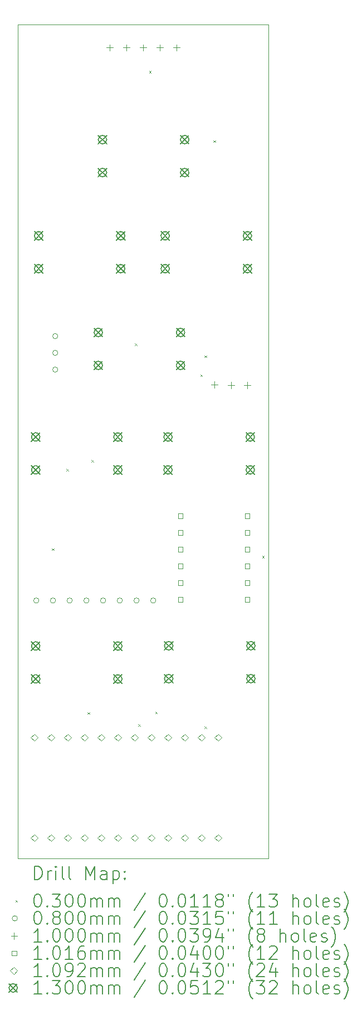
<source format=gbr>
%TF.GenerationSoftware,KiCad,Pcbnew,8.0.6*%
%TF.CreationDate,2025-03-08T22:03:24-06:00*%
%TF.ProjectId,fullycustomcontrolle one handv4,66756c6c-7963-4757-9374-6f6d636f6e74,rev?*%
%TF.SameCoordinates,Original*%
%TF.FileFunction,Drillmap*%
%TF.FilePolarity,Positive*%
%FSLAX45Y45*%
G04 Gerber Fmt 4.5, Leading zero omitted, Abs format (unit mm)*
G04 Created by KiCad (PCBNEW 8.0.6) date 2025-03-08 22:03:24*
%MOMM*%
%LPD*%
G01*
G04 APERTURE LIST*
%ADD10C,0.050000*%
%ADD11C,0.200000*%
%ADD12C,0.100000*%
%ADD13C,0.101600*%
%ADD14C,0.109220*%
%ADD15C,0.130000*%
G04 APERTURE END LIST*
D10*
X17780000Y-2313500D02*
X21590000Y-2313500D01*
X21590000Y-14986000D01*
X17780000Y-14986000D01*
X17780000Y-2313500D01*
D11*
D12*
X18302000Y-10272000D02*
X18332000Y-10302000D01*
X18332000Y-10272000D02*
X18302000Y-10302000D01*
X18520510Y-9065500D02*
X18550510Y-9095500D01*
X18550510Y-9065500D02*
X18520510Y-9095500D01*
X18844680Y-12763000D02*
X18874680Y-12793000D01*
X18874680Y-12763000D02*
X18844680Y-12793000D01*
X18904010Y-8929810D02*
X18934010Y-8959810D01*
X18934010Y-8929810D02*
X18904010Y-8959810D01*
X19563350Y-7158730D02*
X19593350Y-7188730D01*
X19593350Y-7158730D02*
X19563350Y-7188730D01*
X19612870Y-12942610D02*
X19642870Y-12972610D01*
X19642870Y-12942610D02*
X19612870Y-12972610D01*
X19777260Y-3019940D02*
X19807260Y-3049940D01*
X19807260Y-3019940D02*
X19777260Y-3049940D01*
X19870830Y-12751160D02*
X19900830Y-12781160D01*
X19900830Y-12751160D02*
X19870830Y-12781160D01*
X20559000Y-7631670D02*
X20589000Y-7661670D01*
X20589000Y-7631670D02*
X20559000Y-7661670D01*
X20622510Y-7343890D02*
X20652510Y-7373890D01*
X20652510Y-7343890D02*
X20622510Y-7373890D01*
X20622510Y-12978300D02*
X20652510Y-13008300D01*
X20652510Y-12978300D02*
X20622510Y-13008300D01*
X20758500Y-4076220D02*
X20788500Y-4106220D01*
X20788500Y-4076220D02*
X20758500Y-4106220D01*
X21496100Y-10385780D02*
X21526100Y-10415780D01*
X21526100Y-10385780D02*
X21496100Y-10415780D01*
X18103000Y-11064000D02*
G75*
G02*
X18023000Y-11064000I-40000J0D01*
G01*
X18023000Y-11064000D02*
G75*
G02*
X18103000Y-11064000I40000J0D01*
G01*
X18357000Y-11064000D02*
G75*
G02*
X18277000Y-11064000I-40000J0D01*
G01*
X18277000Y-11064000D02*
G75*
G02*
X18357000Y-11064000I40000J0D01*
G01*
X18391500Y-7048500D02*
G75*
G02*
X18311500Y-7048500I-40000J0D01*
G01*
X18311500Y-7048500D02*
G75*
G02*
X18391500Y-7048500I40000J0D01*
G01*
X18391500Y-7302500D02*
G75*
G02*
X18311500Y-7302500I-40000J0D01*
G01*
X18311500Y-7302500D02*
G75*
G02*
X18391500Y-7302500I40000J0D01*
G01*
X18391500Y-7556500D02*
G75*
G02*
X18311500Y-7556500I-40000J0D01*
G01*
X18311500Y-7556500D02*
G75*
G02*
X18391500Y-7556500I40000J0D01*
G01*
X18611000Y-11064000D02*
G75*
G02*
X18531000Y-11064000I-40000J0D01*
G01*
X18531000Y-11064000D02*
G75*
G02*
X18611000Y-11064000I40000J0D01*
G01*
X18865000Y-11064000D02*
G75*
G02*
X18785000Y-11064000I-40000J0D01*
G01*
X18785000Y-11064000D02*
G75*
G02*
X18865000Y-11064000I40000J0D01*
G01*
X19119000Y-11064000D02*
G75*
G02*
X19039000Y-11064000I-40000J0D01*
G01*
X19039000Y-11064000D02*
G75*
G02*
X19119000Y-11064000I40000J0D01*
G01*
X19373000Y-11064000D02*
G75*
G02*
X19293000Y-11064000I-40000J0D01*
G01*
X19293000Y-11064000D02*
G75*
G02*
X19373000Y-11064000I40000J0D01*
G01*
X19627000Y-11064000D02*
G75*
G02*
X19547000Y-11064000I-40000J0D01*
G01*
X19547000Y-11064000D02*
G75*
G02*
X19627000Y-11064000I40000J0D01*
G01*
X19881000Y-11064000D02*
G75*
G02*
X19801000Y-11064000I-40000J0D01*
G01*
X19801000Y-11064000D02*
G75*
G02*
X19881000Y-11064000I40000J0D01*
G01*
X19177000Y-2617000D02*
X19177000Y-2717000D01*
X19127000Y-2667000D02*
X19227000Y-2667000D01*
X19431000Y-2617000D02*
X19431000Y-2717000D01*
X19381000Y-2667000D02*
X19481000Y-2667000D01*
X19685000Y-2617000D02*
X19685000Y-2717000D01*
X19635000Y-2667000D02*
X19735000Y-2667000D01*
X19939000Y-2617000D02*
X19939000Y-2717000D01*
X19889000Y-2667000D02*
X19989000Y-2667000D01*
X20193000Y-2617000D02*
X20193000Y-2717000D01*
X20143000Y-2667000D02*
X20243000Y-2667000D01*
X20773500Y-7737500D02*
X20773500Y-7837500D01*
X20723500Y-7787500D02*
X20823500Y-7787500D01*
X21023500Y-7742500D02*
X21023500Y-7842500D01*
X20973500Y-7792500D02*
X21073500Y-7792500D01*
X21273500Y-7742500D02*
X21273500Y-7842500D01*
X21223500Y-7792500D02*
X21323500Y-7792500D01*
D13*
X20292421Y-9814921D02*
X20292421Y-9743079D01*
X20220579Y-9743079D01*
X20220579Y-9814921D01*
X20292421Y-9814921D01*
X20292421Y-10068921D02*
X20292421Y-9997079D01*
X20220579Y-9997079D01*
X20220579Y-10068921D01*
X20292421Y-10068921D01*
X20292421Y-10322921D02*
X20292421Y-10251079D01*
X20220579Y-10251079D01*
X20220579Y-10322921D01*
X20292421Y-10322921D01*
X20292421Y-10576921D02*
X20292421Y-10505079D01*
X20220579Y-10505079D01*
X20220579Y-10576921D01*
X20292421Y-10576921D01*
X20292421Y-10830921D02*
X20292421Y-10759079D01*
X20220579Y-10759079D01*
X20220579Y-10830921D01*
X20292421Y-10830921D01*
X20292421Y-11084921D02*
X20292421Y-11013079D01*
X20220579Y-11013079D01*
X20220579Y-11084921D01*
X20292421Y-11084921D01*
X21308421Y-9814921D02*
X21308421Y-9743079D01*
X21236579Y-9743079D01*
X21236579Y-9814921D01*
X21308421Y-9814921D01*
X21308421Y-10068921D02*
X21308421Y-9997079D01*
X21236579Y-9997079D01*
X21236579Y-10068921D01*
X21308421Y-10068921D01*
X21308421Y-10322921D02*
X21308421Y-10251079D01*
X21236579Y-10251079D01*
X21236579Y-10322921D01*
X21308421Y-10322921D01*
X21308421Y-10576921D02*
X21308421Y-10505079D01*
X21236579Y-10505079D01*
X21236579Y-10576921D01*
X21308421Y-10576921D01*
X21308421Y-10830921D02*
X21308421Y-10759079D01*
X21236579Y-10759079D01*
X21236579Y-10830921D01*
X21308421Y-10830921D01*
X21308421Y-11084921D02*
X21308421Y-11013079D01*
X21236579Y-11013079D01*
X21236579Y-11084921D01*
X21308421Y-11084921D01*
D14*
X18034000Y-13199110D02*
X18088610Y-13144500D01*
X18034000Y-13089890D01*
X17979390Y-13144500D01*
X18034000Y-13199110D01*
X18034000Y-14723110D02*
X18088610Y-14668500D01*
X18034000Y-14613890D01*
X17979390Y-14668500D01*
X18034000Y-14723110D01*
X18288000Y-13199110D02*
X18342610Y-13144500D01*
X18288000Y-13089890D01*
X18233390Y-13144500D01*
X18288000Y-13199110D01*
X18288000Y-14723110D02*
X18342610Y-14668500D01*
X18288000Y-14613890D01*
X18233390Y-14668500D01*
X18288000Y-14723110D01*
X18542000Y-13199110D02*
X18596610Y-13144500D01*
X18542000Y-13089890D01*
X18487390Y-13144500D01*
X18542000Y-13199110D01*
X18542000Y-14723110D02*
X18596610Y-14668500D01*
X18542000Y-14613890D01*
X18487390Y-14668500D01*
X18542000Y-14723110D01*
X18796000Y-13199110D02*
X18850610Y-13144500D01*
X18796000Y-13089890D01*
X18741390Y-13144500D01*
X18796000Y-13199110D01*
X18796000Y-14723110D02*
X18850610Y-14668500D01*
X18796000Y-14613890D01*
X18741390Y-14668500D01*
X18796000Y-14723110D01*
X19050000Y-13199110D02*
X19104610Y-13144500D01*
X19050000Y-13089890D01*
X18995390Y-13144500D01*
X19050000Y-13199110D01*
X19050000Y-14723110D02*
X19104610Y-14668500D01*
X19050000Y-14613890D01*
X18995390Y-14668500D01*
X19050000Y-14723110D01*
X19304000Y-13199110D02*
X19358610Y-13144500D01*
X19304000Y-13089890D01*
X19249390Y-13144500D01*
X19304000Y-13199110D01*
X19304000Y-14723110D02*
X19358610Y-14668500D01*
X19304000Y-14613890D01*
X19249390Y-14668500D01*
X19304000Y-14723110D01*
X19558000Y-13199110D02*
X19612610Y-13144500D01*
X19558000Y-13089890D01*
X19503390Y-13144500D01*
X19558000Y-13199110D01*
X19558000Y-14723110D02*
X19612610Y-14668500D01*
X19558000Y-14613890D01*
X19503390Y-14668500D01*
X19558000Y-14723110D01*
X19812000Y-13199110D02*
X19866610Y-13144500D01*
X19812000Y-13089890D01*
X19757390Y-13144500D01*
X19812000Y-13199110D01*
X19812000Y-14723110D02*
X19866610Y-14668500D01*
X19812000Y-14613890D01*
X19757390Y-14668500D01*
X19812000Y-14723110D01*
X20066000Y-13199110D02*
X20120610Y-13144500D01*
X20066000Y-13089890D01*
X20011390Y-13144500D01*
X20066000Y-13199110D01*
X20066000Y-14723110D02*
X20120610Y-14668500D01*
X20066000Y-14613890D01*
X20011390Y-14668500D01*
X20066000Y-14723110D01*
X20320000Y-13199110D02*
X20374610Y-13144500D01*
X20320000Y-13089890D01*
X20265390Y-13144500D01*
X20320000Y-13199110D01*
X20320000Y-14723110D02*
X20374610Y-14668500D01*
X20320000Y-14613890D01*
X20265390Y-14668500D01*
X20320000Y-14723110D01*
X20574000Y-13199110D02*
X20628610Y-13144500D01*
X20574000Y-13089890D01*
X20519390Y-13144500D01*
X20574000Y-13199110D01*
X20574000Y-14723110D02*
X20628610Y-14668500D01*
X20574000Y-14613890D01*
X20519390Y-14668500D01*
X20574000Y-14723110D01*
X20828000Y-13199110D02*
X20882610Y-13144500D01*
X20828000Y-13089890D01*
X20773390Y-13144500D01*
X20828000Y-13199110D01*
X20828000Y-14723110D02*
X20882610Y-14668500D01*
X20828000Y-14613890D01*
X20773390Y-14668500D01*
X20828000Y-14723110D01*
D15*
X17989000Y-8515500D02*
X18119000Y-8645500D01*
X18119000Y-8515500D02*
X17989000Y-8645500D01*
X18119000Y-8580500D02*
G75*
G02*
X17989000Y-8580500I-65000J0D01*
G01*
X17989000Y-8580500D02*
G75*
G02*
X18119000Y-8580500I65000J0D01*
G01*
X17989000Y-9015500D02*
X18119000Y-9145500D01*
X18119000Y-9015500D02*
X17989000Y-9145500D01*
X18119000Y-9080500D02*
G75*
G02*
X17989000Y-9080500I-65000J0D01*
G01*
X17989000Y-9080500D02*
G75*
G02*
X18119000Y-9080500I65000J0D01*
G01*
X17989000Y-11690500D02*
X18119000Y-11820500D01*
X18119000Y-11690500D02*
X17989000Y-11820500D01*
X18119000Y-11755500D02*
G75*
G02*
X17989000Y-11755500I-65000J0D01*
G01*
X17989000Y-11755500D02*
G75*
G02*
X18119000Y-11755500I65000J0D01*
G01*
X17989000Y-12190500D02*
X18119000Y-12320500D01*
X18119000Y-12190500D02*
X17989000Y-12320500D01*
X18119000Y-12255500D02*
G75*
G02*
X17989000Y-12255500I-65000J0D01*
G01*
X17989000Y-12255500D02*
G75*
G02*
X18119000Y-12255500I65000J0D01*
G01*
X18032500Y-5459500D02*
X18162500Y-5589500D01*
X18162500Y-5459500D02*
X18032500Y-5589500D01*
X18162500Y-5524500D02*
G75*
G02*
X18032500Y-5524500I-65000J0D01*
G01*
X18032500Y-5524500D02*
G75*
G02*
X18162500Y-5524500I65000J0D01*
G01*
X18032500Y-5959500D02*
X18162500Y-6089500D01*
X18162500Y-5959500D02*
X18032500Y-6089500D01*
X18162500Y-6024500D02*
G75*
G02*
X18032500Y-6024500I-65000J0D01*
G01*
X18032500Y-6024500D02*
G75*
G02*
X18162500Y-6024500I65000J0D01*
G01*
X18941500Y-6928000D02*
X19071500Y-7058000D01*
X19071500Y-6928000D02*
X18941500Y-7058000D01*
X19071500Y-6993000D02*
G75*
G02*
X18941500Y-6993000I-65000J0D01*
G01*
X18941500Y-6993000D02*
G75*
G02*
X19071500Y-6993000I65000J0D01*
G01*
X18941500Y-7428000D02*
X19071500Y-7558000D01*
X19071500Y-7428000D02*
X18941500Y-7558000D01*
X19071500Y-7493000D02*
G75*
G02*
X18941500Y-7493000I-65000J0D01*
G01*
X18941500Y-7493000D02*
G75*
G02*
X19071500Y-7493000I65000J0D01*
G01*
X19005000Y-3999000D02*
X19135000Y-4129000D01*
X19135000Y-3999000D02*
X19005000Y-4129000D01*
X19135000Y-4064000D02*
G75*
G02*
X19005000Y-4064000I-65000J0D01*
G01*
X19005000Y-4064000D02*
G75*
G02*
X19135000Y-4064000I65000J0D01*
G01*
X19005000Y-4499000D02*
X19135000Y-4629000D01*
X19135000Y-4499000D02*
X19005000Y-4629000D01*
X19135000Y-4564000D02*
G75*
G02*
X19005000Y-4564000I-65000J0D01*
G01*
X19005000Y-4564000D02*
G75*
G02*
X19135000Y-4564000I65000J0D01*
G01*
X19239000Y-8515500D02*
X19369000Y-8645500D01*
X19369000Y-8515500D02*
X19239000Y-8645500D01*
X19369000Y-8580500D02*
G75*
G02*
X19239000Y-8580500I-65000J0D01*
G01*
X19239000Y-8580500D02*
G75*
G02*
X19369000Y-8580500I65000J0D01*
G01*
X19239000Y-9015500D02*
X19369000Y-9145500D01*
X19369000Y-9015500D02*
X19239000Y-9145500D01*
X19369000Y-9080500D02*
G75*
G02*
X19239000Y-9080500I-65000J0D01*
G01*
X19239000Y-9080500D02*
G75*
G02*
X19369000Y-9080500I65000J0D01*
G01*
X19239000Y-11690500D02*
X19369000Y-11820500D01*
X19369000Y-11690500D02*
X19239000Y-11820500D01*
X19369000Y-11755500D02*
G75*
G02*
X19239000Y-11755500I-65000J0D01*
G01*
X19239000Y-11755500D02*
G75*
G02*
X19369000Y-11755500I65000J0D01*
G01*
X19239000Y-12190500D02*
X19369000Y-12320500D01*
X19369000Y-12190500D02*
X19239000Y-12320500D01*
X19369000Y-12255500D02*
G75*
G02*
X19239000Y-12255500I-65000J0D01*
G01*
X19239000Y-12255500D02*
G75*
G02*
X19369000Y-12255500I65000J0D01*
G01*
X19282500Y-5459500D02*
X19412500Y-5589500D01*
X19412500Y-5459500D02*
X19282500Y-5589500D01*
X19412500Y-5524500D02*
G75*
G02*
X19282500Y-5524500I-65000J0D01*
G01*
X19282500Y-5524500D02*
G75*
G02*
X19412500Y-5524500I65000J0D01*
G01*
X19282500Y-5959500D02*
X19412500Y-6089500D01*
X19412500Y-5959500D02*
X19282500Y-6089500D01*
X19412500Y-6024500D02*
G75*
G02*
X19282500Y-6024500I-65000J0D01*
G01*
X19282500Y-6024500D02*
G75*
G02*
X19412500Y-6024500I65000J0D01*
G01*
X19957500Y-5459500D02*
X20087500Y-5589500D01*
X20087500Y-5459500D02*
X19957500Y-5589500D01*
X20087500Y-5524500D02*
G75*
G02*
X19957500Y-5524500I-65000J0D01*
G01*
X19957500Y-5524500D02*
G75*
G02*
X20087500Y-5524500I65000J0D01*
G01*
X19957500Y-5959500D02*
X20087500Y-6089500D01*
X20087500Y-5959500D02*
X19957500Y-6089500D01*
X20087500Y-6024500D02*
G75*
G02*
X19957500Y-6024500I-65000J0D01*
G01*
X19957500Y-6024500D02*
G75*
G02*
X20087500Y-6024500I65000J0D01*
G01*
X20001000Y-8515500D02*
X20131000Y-8645500D01*
X20131000Y-8515500D02*
X20001000Y-8645500D01*
X20131000Y-8580500D02*
G75*
G02*
X20001000Y-8580500I-65000J0D01*
G01*
X20001000Y-8580500D02*
G75*
G02*
X20131000Y-8580500I65000J0D01*
G01*
X20001000Y-9015500D02*
X20131000Y-9145500D01*
X20131000Y-9015500D02*
X20001000Y-9145500D01*
X20131000Y-9080500D02*
G75*
G02*
X20001000Y-9080500I-65000J0D01*
G01*
X20001000Y-9080500D02*
G75*
G02*
X20131000Y-9080500I65000J0D01*
G01*
X20011000Y-11686500D02*
X20141000Y-11816500D01*
X20141000Y-11686500D02*
X20011000Y-11816500D01*
X20141000Y-11751500D02*
G75*
G02*
X20011000Y-11751500I-65000J0D01*
G01*
X20011000Y-11751500D02*
G75*
G02*
X20141000Y-11751500I65000J0D01*
G01*
X20011000Y-12186500D02*
X20141000Y-12316500D01*
X20141000Y-12186500D02*
X20011000Y-12316500D01*
X20141000Y-12251500D02*
G75*
G02*
X20011000Y-12251500I-65000J0D01*
G01*
X20011000Y-12251500D02*
G75*
G02*
X20141000Y-12251500I65000J0D01*
G01*
X20191500Y-6928000D02*
X20321500Y-7058000D01*
X20321500Y-6928000D02*
X20191500Y-7058000D01*
X20321500Y-6993000D02*
G75*
G02*
X20191500Y-6993000I-65000J0D01*
G01*
X20191500Y-6993000D02*
G75*
G02*
X20321500Y-6993000I65000J0D01*
G01*
X20191500Y-7428000D02*
X20321500Y-7558000D01*
X20321500Y-7428000D02*
X20191500Y-7558000D01*
X20321500Y-7493000D02*
G75*
G02*
X20191500Y-7493000I-65000J0D01*
G01*
X20191500Y-7493000D02*
G75*
G02*
X20321500Y-7493000I65000J0D01*
G01*
X20255000Y-3999000D02*
X20385000Y-4129000D01*
X20385000Y-3999000D02*
X20255000Y-4129000D01*
X20385000Y-4064000D02*
G75*
G02*
X20255000Y-4064000I-65000J0D01*
G01*
X20255000Y-4064000D02*
G75*
G02*
X20385000Y-4064000I65000J0D01*
G01*
X20255000Y-4499000D02*
X20385000Y-4629000D01*
X20385000Y-4499000D02*
X20255000Y-4629000D01*
X20385000Y-4564000D02*
G75*
G02*
X20255000Y-4564000I-65000J0D01*
G01*
X20255000Y-4564000D02*
G75*
G02*
X20385000Y-4564000I65000J0D01*
G01*
X21207500Y-5459500D02*
X21337500Y-5589500D01*
X21337500Y-5459500D02*
X21207500Y-5589500D01*
X21337500Y-5524500D02*
G75*
G02*
X21207500Y-5524500I-65000J0D01*
G01*
X21207500Y-5524500D02*
G75*
G02*
X21337500Y-5524500I65000J0D01*
G01*
X21207500Y-5959500D02*
X21337500Y-6089500D01*
X21337500Y-5959500D02*
X21207500Y-6089500D01*
X21337500Y-6024500D02*
G75*
G02*
X21207500Y-6024500I-65000J0D01*
G01*
X21207500Y-6024500D02*
G75*
G02*
X21337500Y-6024500I65000J0D01*
G01*
X21251000Y-8515500D02*
X21381000Y-8645500D01*
X21381000Y-8515500D02*
X21251000Y-8645500D01*
X21381000Y-8580500D02*
G75*
G02*
X21251000Y-8580500I-65000J0D01*
G01*
X21251000Y-8580500D02*
G75*
G02*
X21381000Y-8580500I65000J0D01*
G01*
X21251000Y-9015500D02*
X21381000Y-9145500D01*
X21381000Y-9015500D02*
X21251000Y-9145500D01*
X21381000Y-9080500D02*
G75*
G02*
X21251000Y-9080500I-65000J0D01*
G01*
X21251000Y-9080500D02*
G75*
G02*
X21381000Y-9080500I65000J0D01*
G01*
X21261000Y-11686500D02*
X21391000Y-11816500D01*
X21391000Y-11686500D02*
X21261000Y-11816500D01*
X21391000Y-11751500D02*
G75*
G02*
X21261000Y-11751500I-65000J0D01*
G01*
X21261000Y-11751500D02*
G75*
G02*
X21391000Y-11751500I65000J0D01*
G01*
X21261000Y-12186500D02*
X21391000Y-12316500D01*
X21391000Y-12186500D02*
X21261000Y-12316500D01*
X21391000Y-12251500D02*
G75*
G02*
X21261000Y-12251500I-65000J0D01*
G01*
X21261000Y-12251500D02*
G75*
G02*
X21391000Y-12251500I65000J0D01*
G01*
D11*
X18038277Y-15299984D02*
X18038277Y-15099984D01*
X18038277Y-15099984D02*
X18085896Y-15099984D01*
X18085896Y-15099984D02*
X18114467Y-15109508D01*
X18114467Y-15109508D02*
X18133515Y-15128555D01*
X18133515Y-15128555D02*
X18143039Y-15147603D01*
X18143039Y-15147603D02*
X18152563Y-15185698D01*
X18152563Y-15185698D02*
X18152563Y-15214269D01*
X18152563Y-15214269D02*
X18143039Y-15252365D01*
X18143039Y-15252365D02*
X18133515Y-15271412D01*
X18133515Y-15271412D02*
X18114467Y-15290460D01*
X18114467Y-15290460D02*
X18085896Y-15299984D01*
X18085896Y-15299984D02*
X18038277Y-15299984D01*
X18238277Y-15299984D02*
X18238277Y-15166650D01*
X18238277Y-15204746D02*
X18247801Y-15185698D01*
X18247801Y-15185698D02*
X18257324Y-15176174D01*
X18257324Y-15176174D02*
X18276372Y-15166650D01*
X18276372Y-15166650D02*
X18295420Y-15166650D01*
X18362086Y-15299984D02*
X18362086Y-15166650D01*
X18362086Y-15099984D02*
X18352563Y-15109508D01*
X18352563Y-15109508D02*
X18362086Y-15119031D01*
X18362086Y-15119031D02*
X18371610Y-15109508D01*
X18371610Y-15109508D02*
X18362086Y-15099984D01*
X18362086Y-15099984D02*
X18362086Y-15119031D01*
X18485896Y-15299984D02*
X18466848Y-15290460D01*
X18466848Y-15290460D02*
X18457324Y-15271412D01*
X18457324Y-15271412D02*
X18457324Y-15099984D01*
X18590658Y-15299984D02*
X18571610Y-15290460D01*
X18571610Y-15290460D02*
X18562086Y-15271412D01*
X18562086Y-15271412D02*
X18562086Y-15099984D01*
X18819229Y-15299984D02*
X18819229Y-15099984D01*
X18819229Y-15099984D02*
X18885896Y-15242841D01*
X18885896Y-15242841D02*
X18952563Y-15099984D01*
X18952563Y-15099984D02*
X18952563Y-15299984D01*
X19133515Y-15299984D02*
X19133515Y-15195222D01*
X19133515Y-15195222D02*
X19123991Y-15176174D01*
X19123991Y-15176174D02*
X19104944Y-15166650D01*
X19104944Y-15166650D02*
X19066848Y-15166650D01*
X19066848Y-15166650D02*
X19047801Y-15176174D01*
X19133515Y-15290460D02*
X19114467Y-15299984D01*
X19114467Y-15299984D02*
X19066848Y-15299984D01*
X19066848Y-15299984D02*
X19047801Y-15290460D01*
X19047801Y-15290460D02*
X19038277Y-15271412D01*
X19038277Y-15271412D02*
X19038277Y-15252365D01*
X19038277Y-15252365D02*
X19047801Y-15233317D01*
X19047801Y-15233317D02*
X19066848Y-15223793D01*
X19066848Y-15223793D02*
X19114467Y-15223793D01*
X19114467Y-15223793D02*
X19133515Y-15214269D01*
X19228753Y-15166650D02*
X19228753Y-15366650D01*
X19228753Y-15176174D02*
X19247801Y-15166650D01*
X19247801Y-15166650D02*
X19285896Y-15166650D01*
X19285896Y-15166650D02*
X19304944Y-15176174D01*
X19304944Y-15176174D02*
X19314467Y-15185698D01*
X19314467Y-15185698D02*
X19323991Y-15204746D01*
X19323991Y-15204746D02*
X19323991Y-15261888D01*
X19323991Y-15261888D02*
X19314467Y-15280936D01*
X19314467Y-15280936D02*
X19304944Y-15290460D01*
X19304944Y-15290460D02*
X19285896Y-15299984D01*
X19285896Y-15299984D02*
X19247801Y-15299984D01*
X19247801Y-15299984D02*
X19228753Y-15290460D01*
X19409705Y-15280936D02*
X19419229Y-15290460D01*
X19419229Y-15290460D02*
X19409705Y-15299984D01*
X19409705Y-15299984D02*
X19400182Y-15290460D01*
X19400182Y-15290460D02*
X19409705Y-15280936D01*
X19409705Y-15280936D02*
X19409705Y-15299984D01*
X19409705Y-15176174D02*
X19419229Y-15185698D01*
X19419229Y-15185698D02*
X19409705Y-15195222D01*
X19409705Y-15195222D02*
X19400182Y-15185698D01*
X19400182Y-15185698D02*
X19409705Y-15176174D01*
X19409705Y-15176174D02*
X19409705Y-15195222D01*
D12*
X17747500Y-15613500D02*
X17777500Y-15643500D01*
X17777500Y-15613500D02*
X17747500Y-15643500D01*
D11*
X18076372Y-15519984D02*
X18095420Y-15519984D01*
X18095420Y-15519984D02*
X18114467Y-15529508D01*
X18114467Y-15529508D02*
X18123991Y-15539031D01*
X18123991Y-15539031D02*
X18133515Y-15558079D01*
X18133515Y-15558079D02*
X18143039Y-15596174D01*
X18143039Y-15596174D02*
X18143039Y-15643793D01*
X18143039Y-15643793D02*
X18133515Y-15681888D01*
X18133515Y-15681888D02*
X18123991Y-15700936D01*
X18123991Y-15700936D02*
X18114467Y-15710460D01*
X18114467Y-15710460D02*
X18095420Y-15719984D01*
X18095420Y-15719984D02*
X18076372Y-15719984D01*
X18076372Y-15719984D02*
X18057324Y-15710460D01*
X18057324Y-15710460D02*
X18047801Y-15700936D01*
X18047801Y-15700936D02*
X18038277Y-15681888D01*
X18038277Y-15681888D02*
X18028753Y-15643793D01*
X18028753Y-15643793D02*
X18028753Y-15596174D01*
X18028753Y-15596174D02*
X18038277Y-15558079D01*
X18038277Y-15558079D02*
X18047801Y-15539031D01*
X18047801Y-15539031D02*
X18057324Y-15529508D01*
X18057324Y-15529508D02*
X18076372Y-15519984D01*
X18228753Y-15700936D02*
X18238277Y-15710460D01*
X18238277Y-15710460D02*
X18228753Y-15719984D01*
X18228753Y-15719984D02*
X18219229Y-15710460D01*
X18219229Y-15710460D02*
X18228753Y-15700936D01*
X18228753Y-15700936D02*
X18228753Y-15719984D01*
X18304944Y-15519984D02*
X18428753Y-15519984D01*
X18428753Y-15519984D02*
X18362086Y-15596174D01*
X18362086Y-15596174D02*
X18390658Y-15596174D01*
X18390658Y-15596174D02*
X18409705Y-15605698D01*
X18409705Y-15605698D02*
X18419229Y-15615222D01*
X18419229Y-15615222D02*
X18428753Y-15634269D01*
X18428753Y-15634269D02*
X18428753Y-15681888D01*
X18428753Y-15681888D02*
X18419229Y-15700936D01*
X18419229Y-15700936D02*
X18409705Y-15710460D01*
X18409705Y-15710460D02*
X18390658Y-15719984D01*
X18390658Y-15719984D02*
X18333515Y-15719984D01*
X18333515Y-15719984D02*
X18314467Y-15710460D01*
X18314467Y-15710460D02*
X18304944Y-15700936D01*
X18552563Y-15519984D02*
X18571610Y-15519984D01*
X18571610Y-15519984D02*
X18590658Y-15529508D01*
X18590658Y-15529508D02*
X18600182Y-15539031D01*
X18600182Y-15539031D02*
X18609705Y-15558079D01*
X18609705Y-15558079D02*
X18619229Y-15596174D01*
X18619229Y-15596174D02*
X18619229Y-15643793D01*
X18619229Y-15643793D02*
X18609705Y-15681888D01*
X18609705Y-15681888D02*
X18600182Y-15700936D01*
X18600182Y-15700936D02*
X18590658Y-15710460D01*
X18590658Y-15710460D02*
X18571610Y-15719984D01*
X18571610Y-15719984D02*
X18552563Y-15719984D01*
X18552563Y-15719984D02*
X18533515Y-15710460D01*
X18533515Y-15710460D02*
X18523991Y-15700936D01*
X18523991Y-15700936D02*
X18514467Y-15681888D01*
X18514467Y-15681888D02*
X18504944Y-15643793D01*
X18504944Y-15643793D02*
X18504944Y-15596174D01*
X18504944Y-15596174D02*
X18514467Y-15558079D01*
X18514467Y-15558079D02*
X18523991Y-15539031D01*
X18523991Y-15539031D02*
X18533515Y-15529508D01*
X18533515Y-15529508D02*
X18552563Y-15519984D01*
X18743039Y-15519984D02*
X18762086Y-15519984D01*
X18762086Y-15519984D02*
X18781134Y-15529508D01*
X18781134Y-15529508D02*
X18790658Y-15539031D01*
X18790658Y-15539031D02*
X18800182Y-15558079D01*
X18800182Y-15558079D02*
X18809705Y-15596174D01*
X18809705Y-15596174D02*
X18809705Y-15643793D01*
X18809705Y-15643793D02*
X18800182Y-15681888D01*
X18800182Y-15681888D02*
X18790658Y-15700936D01*
X18790658Y-15700936D02*
X18781134Y-15710460D01*
X18781134Y-15710460D02*
X18762086Y-15719984D01*
X18762086Y-15719984D02*
X18743039Y-15719984D01*
X18743039Y-15719984D02*
X18723991Y-15710460D01*
X18723991Y-15710460D02*
X18714467Y-15700936D01*
X18714467Y-15700936D02*
X18704944Y-15681888D01*
X18704944Y-15681888D02*
X18695420Y-15643793D01*
X18695420Y-15643793D02*
X18695420Y-15596174D01*
X18695420Y-15596174D02*
X18704944Y-15558079D01*
X18704944Y-15558079D02*
X18714467Y-15539031D01*
X18714467Y-15539031D02*
X18723991Y-15529508D01*
X18723991Y-15529508D02*
X18743039Y-15519984D01*
X18895420Y-15719984D02*
X18895420Y-15586650D01*
X18895420Y-15605698D02*
X18904944Y-15596174D01*
X18904944Y-15596174D02*
X18923991Y-15586650D01*
X18923991Y-15586650D02*
X18952563Y-15586650D01*
X18952563Y-15586650D02*
X18971610Y-15596174D01*
X18971610Y-15596174D02*
X18981134Y-15615222D01*
X18981134Y-15615222D02*
X18981134Y-15719984D01*
X18981134Y-15615222D02*
X18990658Y-15596174D01*
X18990658Y-15596174D02*
X19009705Y-15586650D01*
X19009705Y-15586650D02*
X19038277Y-15586650D01*
X19038277Y-15586650D02*
X19057325Y-15596174D01*
X19057325Y-15596174D02*
X19066848Y-15615222D01*
X19066848Y-15615222D02*
X19066848Y-15719984D01*
X19162086Y-15719984D02*
X19162086Y-15586650D01*
X19162086Y-15605698D02*
X19171610Y-15596174D01*
X19171610Y-15596174D02*
X19190658Y-15586650D01*
X19190658Y-15586650D02*
X19219229Y-15586650D01*
X19219229Y-15586650D02*
X19238277Y-15596174D01*
X19238277Y-15596174D02*
X19247801Y-15615222D01*
X19247801Y-15615222D02*
X19247801Y-15719984D01*
X19247801Y-15615222D02*
X19257325Y-15596174D01*
X19257325Y-15596174D02*
X19276372Y-15586650D01*
X19276372Y-15586650D02*
X19304944Y-15586650D01*
X19304944Y-15586650D02*
X19323991Y-15596174D01*
X19323991Y-15596174D02*
X19333515Y-15615222D01*
X19333515Y-15615222D02*
X19333515Y-15719984D01*
X19723991Y-15510460D02*
X19552563Y-15767603D01*
X19981134Y-15519984D02*
X20000182Y-15519984D01*
X20000182Y-15519984D02*
X20019229Y-15529508D01*
X20019229Y-15529508D02*
X20028753Y-15539031D01*
X20028753Y-15539031D02*
X20038277Y-15558079D01*
X20038277Y-15558079D02*
X20047801Y-15596174D01*
X20047801Y-15596174D02*
X20047801Y-15643793D01*
X20047801Y-15643793D02*
X20038277Y-15681888D01*
X20038277Y-15681888D02*
X20028753Y-15700936D01*
X20028753Y-15700936D02*
X20019229Y-15710460D01*
X20019229Y-15710460D02*
X20000182Y-15719984D01*
X20000182Y-15719984D02*
X19981134Y-15719984D01*
X19981134Y-15719984D02*
X19962087Y-15710460D01*
X19962087Y-15710460D02*
X19952563Y-15700936D01*
X19952563Y-15700936D02*
X19943039Y-15681888D01*
X19943039Y-15681888D02*
X19933515Y-15643793D01*
X19933515Y-15643793D02*
X19933515Y-15596174D01*
X19933515Y-15596174D02*
X19943039Y-15558079D01*
X19943039Y-15558079D02*
X19952563Y-15539031D01*
X19952563Y-15539031D02*
X19962087Y-15529508D01*
X19962087Y-15529508D02*
X19981134Y-15519984D01*
X20133515Y-15700936D02*
X20143039Y-15710460D01*
X20143039Y-15710460D02*
X20133515Y-15719984D01*
X20133515Y-15719984D02*
X20123991Y-15710460D01*
X20123991Y-15710460D02*
X20133515Y-15700936D01*
X20133515Y-15700936D02*
X20133515Y-15719984D01*
X20266848Y-15519984D02*
X20285896Y-15519984D01*
X20285896Y-15519984D02*
X20304944Y-15529508D01*
X20304944Y-15529508D02*
X20314468Y-15539031D01*
X20314468Y-15539031D02*
X20323991Y-15558079D01*
X20323991Y-15558079D02*
X20333515Y-15596174D01*
X20333515Y-15596174D02*
X20333515Y-15643793D01*
X20333515Y-15643793D02*
X20323991Y-15681888D01*
X20323991Y-15681888D02*
X20314468Y-15700936D01*
X20314468Y-15700936D02*
X20304944Y-15710460D01*
X20304944Y-15710460D02*
X20285896Y-15719984D01*
X20285896Y-15719984D02*
X20266848Y-15719984D01*
X20266848Y-15719984D02*
X20247801Y-15710460D01*
X20247801Y-15710460D02*
X20238277Y-15700936D01*
X20238277Y-15700936D02*
X20228753Y-15681888D01*
X20228753Y-15681888D02*
X20219229Y-15643793D01*
X20219229Y-15643793D02*
X20219229Y-15596174D01*
X20219229Y-15596174D02*
X20228753Y-15558079D01*
X20228753Y-15558079D02*
X20238277Y-15539031D01*
X20238277Y-15539031D02*
X20247801Y-15529508D01*
X20247801Y-15529508D02*
X20266848Y-15519984D01*
X20523991Y-15719984D02*
X20409706Y-15719984D01*
X20466848Y-15719984D02*
X20466848Y-15519984D01*
X20466848Y-15519984D02*
X20447801Y-15548555D01*
X20447801Y-15548555D02*
X20428753Y-15567603D01*
X20428753Y-15567603D02*
X20409706Y-15577127D01*
X20714468Y-15719984D02*
X20600182Y-15719984D01*
X20657325Y-15719984D02*
X20657325Y-15519984D01*
X20657325Y-15519984D02*
X20638277Y-15548555D01*
X20638277Y-15548555D02*
X20619229Y-15567603D01*
X20619229Y-15567603D02*
X20600182Y-15577127D01*
X20828753Y-15605698D02*
X20809706Y-15596174D01*
X20809706Y-15596174D02*
X20800182Y-15586650D01*
X20800182Y-15586650D02*
X20790658Y-15567603D01*
X20790658Y-15567603D02*
X20790658Y-15558079D01*
X20790658Y-15558079D02*
X20800182Y-15539031D01*
X20800182Y-15539031D02*
X20809706Y-15529508D01*
X20809706Y-15529508D02*
X20828753Y-15519984D01*
X20828753Y-15519984D02*
X20866849Y-15519984D01*
X20866849Y-15519984D02*
X20885896Y-15529508D01*
X20885896Y-15529508D02*
X20895420Y-15539031D01*
X20895420Y-15539031D02*
X20904944Y-15558079D01*
X20904944Y-15558079D02*
X20904944Y-15567603D01*
X20904944Y-15567603D02*
X20895420Y-15586650D01*
X20895420Y-15586650D02*
X20885896Y-15596174D01*
X20885896Y-15596174D02*
X20866849Y-15605698D01*
X20866849Y-15605698D02*
X20828753Y-15605698D01*
X20828753Y-15605698D02*
X20809706Y-15615222D01*
X20809706Y-15615222D02*
X20800182Y-15624746D01*
X20800182Y-15624746D02*
X20790658Y-15643793D01*
X20790658Y-15643793D02*
X20790658Y-15681888D01*
X20790658Y-15681888D02*
X20800182Y-15700936D01*
X20800182Y-15700936D02*
X20809706Y-15710460D01*
X20809706Y-15710460D02*
X20828753Y-15719984D01*
X20828753Y-15719984D02*
X20866849Y-15719984D01*
X20866849Y-15719984D02*
X20885896Y-15710460D01*
X20885896Y-15710460D02*
X20895420Y-15700936D01*
X20895420Y-15700936D02*
X20904944Y-15681888D01*
X20904944Y-15681888D02*
X20904944Y-15643793D01*
X20904944Y-15643793D02*
X20895420Y-15624746D01*
X20895420Y-15624746D02*
X20885896Y-15615222D01*
X20885896Y-15615222D02*
X20866849Y-15605698D01*
X20981134Y-15519984D02*
X20981134Y-15558079D01*
X21057325Y-15519984D02*
X21057325Y-15558079D01*
X21352563Y-15796174D02*
X21343039Y-15786650D01*
X21343039Y-15786650D02*
X21323991Y-15758079D01*
X21323991Y-15758079D02*
X21314468Y-15739031D01*
X21314468Y-15739031D02*
X21304944Y-15710460D01*
X21304944Y-15710460D02*
X21295420Y-15662841D01*
X21295420Y-15662841D02*
X21295420Y-15624746D01*
X21295420Y-15624746D02*
X21304944Y-15577127D01*
X21304944Y-15577127D02*
X21314468Y-15548555D01*
X21314468Y-15548555D02*
X21323991Y-15529508D01*
X21323991Y-15529508D02*
X21343039Y-15500936D01*
X21343039Y-15500936D02*
X21352563Y-15491412D01*
X21533515Y-15719984D02*
X21419230Y-15719984D01*
X21476372Y-15719984D02*
X21476372Y-15519984D01*
X21476372Y-15519984D02*
X21457325Y-15548555D01*
X21457325Y-15548555D02*
X21438277Y-15567603D01*
X21438277Y-15567603D02*
X21419230Y-15577127D01*
X21600182Y-15519984D02*
X21723991Y-15519984D01*
X21723991Y-15519984D02*
X21657325Y-15596174D01*
X21657325Y-15596174D02*
X21685896Y-15596174D01*
X21685896Y-15596174D02*
X21704944Y-15605698D01*
X21704944Y-15605698D02*
X21714468Y-15615222D01*
X21714468Y-15615222D02*
X21723991Y-15634269D01*
X21723991Y-15634269D02*
X21723991Y-15681888D01*
X21723991Y-15681888D02*
X21714468Y-15700936D01*
X21714468Y-15700936D02*
X21704944Y-15710460D01*
X21704944Y-15710460D02*
X21685896Y-15719984D01*
X21685896Y-15719984D02*
X21628753Y-15719984D01*
X21628753Y-15719984D02*
X21609706Y-15710460D01*
X21609706Y-15710460D02*
X21600182Y-15700936D01*
X21962087Y-15719984D02*
X21962087Y-15519984D01*
X22047801Y-15719984D02*
X22047801Y-15615222D01*
X22047801Y-15615222D02*
X22038277Y-15596174D01*
X22038277Y-15596174D02*
X22019230Y-15586650D01*
X22019230Y-15586650D02*
X21990658Y-15586650D01*
X21990658Y-15586650D02*
X21971611Y-15596174D01*
X21971611Y-15596174D02*
X21962087Y-15605698D01*
X22171611Y-15719984D02*
X22152563Y-15710460D01*
X22152563Y-15710460D02*
X22143039Y-15700936D01*
X22143039Y-15700936D02*
X22133515Y-15681888D01*
X22133515Y-15681888D02*
X22133515Y-15624746D01*
X22133515Y-15624746D02*
X22143039Y-15605698D01*
X22143039Y-15605698D02*
X22152563Y-15596174D01*
X22152563Y-15596174D02*
X22171611Y-15586650D01*
X22171611Y-15586650D02*
X22200182Y-15586650D01*
X22200182Y-15586650D02*
X22219230Y-15596174D01*
X22219230Y-15596174D02*
X22228753Y-15605698D01*
X22228753Y-15605698D02*
X22238277Y-15624746D01*
X22238277Y-15624746D02*
X22238277Y-15681888D01*
X22238277Y-15681888D02*
X22228753Y-15700936D01*
X22228753Y-15700936D02*
X22219230Y-15710460D01*
X22219230Y-15710460D02*
X22200182Y-15719984D01*
X22200182Y-15719984D02*
X22171611Y-15719984D01*
X22352563Y-15719984D02*
X22333515Y-15710460D01*
X22333515Y-15710460D02*
X22323992Y-15691412D01*
X22323992Y-15691412D02*
X22323992Y-15519984D01*
X22504944Y-15710460D02*
X22485896Y-15719984D01*
X22485896Y-15719984D02*
X22447801Y-15719984D01*
X22447801Y-15719984D02*
X22428753Y-15710460D01*
X22428753Y-15710460D02*
X22419230Y-15691412D01*
X22419230Y-15691412D02*
X22419230Y-15615222D01*
X22419230Y-15615222D02*
X22428753Y-15596174D01*
X22428753Y-15596174D02*
X22447801Y-15586650D01*
X22447801Y-15586650D02*
X22485896Y-15586650D01*
X22485896Y-15586650D02*
X22504944Y-15596174D01*
X22504944Y-15596174D02*
X22514468Y-15615222D01*
X22514468Y-15615222D02*
X22514468Y-15634269D01*
X22514468Y-15634269D02*
X22419230Y-15653317D01*
X22590658Y-15710460D02*
X22609706Y-15719984D01*
X22609706Y-15719984D02*
X22647801Y-15719984D01*
X22647801Y-15719984D02*
X22666849Y-15710460D01*
X22666849Y-15710460D02*
X22676372Y-15691412D01*
X22676372Y-15691412D02*
X22676372Y-15681888D01*
X22676372Y-15681888D02*
X22666849Y-15662841D01*
X22666849Y-15662841D02*
X22647801Y-15653317D01*
X22647801Y-15653317D02*
X22619230Y-15653317D01*
X22619230Y-15653317D02*
X22600182Y-15643793D01*
X22600182Y-15643793D02*
X22590658Y-15624746D01*
X22590658Y-15624746D02*
X22590658Y-15615222D01*
X22590658Y-15615222D02*
X22600182Y-15596174D01*
X22600182Y-15596174D02*
X22619230Y-15586650D01*
X22619230Y-15586650D02*
X22647801Y-15586650D01*
X22647801Y-15586650D02*
X22666849Y-15596174D01*
X22743039Y-15796174D02*
X22752563Y-15786650D01*
X22752563Y-15786650D02*
X22771611Y-15758079D01*
X22771611Y-15758079D02*
X22781134Y-15739031D01*
X22781134Y-15739031D02*
X22790658Y-15710460D01*
X22790658Y-15710460D02*
X22800182Y-15662841D01*
X22800182Y-15662841D02*
X22800182Y-15624746D01*
X22800182Y-15624746D02*
X22790658Y-15577127D01*
X22790658Y-15577127D02*
X22781134Y-15548555D01*
X22781134Y-15548555D02*
X22771611Y-15529508D01*
X22771611Y-15529508D02*
X22752563Y-15500936D01*
X22752563Y-15500936D02*
X22743039Y-15491412D01*
D12*
X17777500Y-15892500D02*
G75*
G02*
X17697500Y-15892500I-40000J0D01*
G01*
X17697500Y-15892500D02*
G75*
G02*
X17777500Y-15892500I40000J0D01*
G01*
D11*
X18076372Y-15783984D02*
X18095420Y-15783984D01*
X18095420Y-15783984D02*
X18114467Y-15793508D01*
X18114467Y-15793508D02*
X18123991Y-15803031D01*
X18123991Y-15803031D02*
X18133515Y-15822079D01*
X18133515Y-15822079D02*
X18143039Y-15860174D01*
X18143039Y-15860174D02*
X18143039Y-15907793D01*
X18143039Y-15907793D02*
X18133515Y-15945888D01*
X18133515Y-15945888D02*
X18123991Y-15964936D01*
X18123991Y-15964936D02*
X18114467Y-15974460D01*
X18114467Y-15974460D02*
X18095420Y-15983984D01*
X18095420Y-15983984D02*
X18076372Y-15983984D01*
X18076372Y-15983984D02*
X18057324Y-15974460D01*
X18057324Y-15974460D02*
X18047801Y-15964936D01*
X18047801Y-15964936D02*
X18038277Y-15945888D01*
X18038277Y-15945888D02*
X18028753Y-15907793D01*
X18028753Y-15907793D02*
X18028753Y-15860174D01*
X18028753Y-15860174D02*
X18038277Y-15822079D01*
X18038277Y-15822079D02*
X18047801Y-15803031D01*
X18047801Y-15803031D02*
X18057324Y-15793508D01*
X18057324Y-15793508D02*
X18076372Y-15783984D01*
X18228753Y-15964936D02*
X18238277Y-15974460D01*
X18238277Y-15974460D02*
X18228753Y-15983984D01*
X18228753Y-15983984D02*
X18219229Y-15974460D01*
X18219229Y-15974460D02*
X18228753Y-15964936D01*
X18228753Y-15964936D02*
X18228753Y-15983984D01*
X18352563Y-15869698D02*
X18333515Y-15860174D01*
X18333515Y-15860174D02*
X18323991Y-15850650D01*
X18323991Y-15850650D02*
X18314467Y-15831603D01*
X18314467Y-15831603D02*
X18314467Y-15822079D01*
X18314467Y-15822079D02*
X18323991Y-15803031D01*
X18323991Y-15803031D02*
X18333515Y-15793508D01*
X18333515Y-15793508D02*
X18352563Y-15783984D01*
X18352563Y-15783984D02*
X18390658Y-15783984D01*
X18390658Y-15783984D02*
X18409705Y-15793508D01*
X18409705Y-15793508D02*
X18419229Y-15803031D01*
X18419229Y-15803031D02*
X18428753Y-15822079D01*
X18428753Y-15822079D02*
X18428753Y-15831603D01*
X18428753Y-15831603D02*
X18419229Y-15850650D01*
X18419229Y-15850650D02*
X18409705Y-15860174D01*
X18409705Y-15860174D02*
X18390658Y-15869698D01*
X18390658Y-15869698D02*
X18352563Y-15869698D01*
X18352563Y-15869698D02*
X18333515Y-15879222D01*
X18333515Y-15879222D02*
X18323991Y-15888746D01*
X18323991Y-15888746D02*
X18314467Y-15907793D01*
X18314467Y-15907793D02*
X18314467Y-15945888D01*
X18314467Y-15945888D02*
X18323991Y-15964936D01*
X18323991Y-15964936D02*
X18333515Y-15974460D01*
X18333515Y-15974460D02*
X18352563Y-15983984D01*
X18352563Y-15983984D02*
X18390658Y-15983984D01*
X18390658Y-15983984D02*
X18409705Y-15974460D01*
X18409705Y-15974460D02*
X18419229Y-15964936D01*
X18419229Y-15964936D02*
X18428753Y-15945888D01*
X18428753Y-15945888D02*
X18428753Y-15907793D01*
X18428753Y-15907793D02*
X18419229Y-15888746D01*
X18419229Y-15888746D02*
X18409705Y-15879222D01*
X18409705Y-15879222D02*
X18390658Y-15869698D01*
X18552563Y-15783984D02*
X18571610Y-15783984D01*
X18571610Y-15783984D02*
X18590658Y-15793508D01*
X18590658Y-15793508D02*
X18600182Y-15803031D01*
X18600182Y-15803031D02*
X18609705Y-15822079D01*
X18609705Y-15822079D02*
X18619229Y-15860174D01*
X18619229Y-15860174D02*
X18619229Y-15907793D01*
X18619229Y-15907793D02*
X18609705Y-15945888D01*
X18609705Y-15945888D02*
X18600182Y-15964936D01*
X18600182Y-15964936D02*
X18590658Y-15974460D01*
X18590658Y-15974460D02*
X18571610Y-15983984D01*
X18571610Y-15983984D02*
X18552563Y-15983984D01*
X18552563Y-15983984D02*
X18533515Y-15974460D01*
X18533515Y-15974460D02*
X18523991Y-15964936D01*
X18523991Y-15964936D02*
X18514467Y-15945888D01*
X18514467Y-15945888D02*
X18504944Y-15907793D01*
X18504944Y-15907793D02*
X18504944Y-15860174D01*
X18504944Y-15860174D02*
X18514467Y-15822079D01*
X18514467Y-15822079D02*
X18523991Y-15803031D01*
X18523991Y-15803031D02*
X18533515Y-15793508D01*
X18533515Y-15793508D02*
X18552563Y-15783984D01*
X18743039Y-15783984D02*
X18762086Y-15783984D01*
X18762086Y-15783984D02*
X18781134Y-15793508D01*
X18781134Y-15793508D02*
X18790658Y-15803031D01*
X18790658Y-15803031D02*
X18800182Y-15822079D01*
X18800182Y-15822079D02*
X18809705Y-15860174D01*
X18809705Y-15860174D02*
X18809705Y-15907793D01*
X18809705Y-15907793D02*
X18800182Y-15945888D01*
X18800182Y-15945888D02*
X18790658Y-15964936D01*
X18790658Y-15964936D02*
X18781134Y-15974460D01*
X18781134Y-15974460D02*
X18762086Y-15983984D01*
X18762086Y-15983984D02*
X18743039Y-15983984D01*
X18743039Y-15983984D02*
X18723991Y-15974460D01*
X18723991Y-15974460D02*
X18714467Y-15964936D01*
X18714467Y-15964936D02*
X18704944Y-15945888D01*
X18704944Y-15945888D02*
X18695420Y-15907793D01*
X18695420Y-15907793D02*
X18695420Y-15860174D01*
X18695420Y-15860174D02*
X18704944Y-15822079D01*
X18704944Y-15822079D02*
X18714467Y-15803031D01*
X18714467Y-15803031D02*
X18723991Y-15793508D01*
X18723991Y-15793508D02*
X18743039Y-15783984D01*
X18895420Y-15983984D02*
X18895420Y-15850650D01*
X18895420Y-15869698D02*
X18904944Y-15860174D01*
X18904944Y-15860174D02*
X18923991Y-15850650D01*
X18923991Y-15850650D02*
X18952563Y-15850650D01*
X18952563Y-15850650D02*
X18971610Y-15860174D01*
X18971610Y-15860174D02*
X18981134Y-15879222D01*
X18981134Y-15879222D02*
X18981134Y-15983984D01*
X18981134Y-15879222D02*
X18990658Y-15860174D01*
X18990658Y-15860174D02*
X19009705Y-15850650D01*
X19009705Y-15850650D02*
X19038277Y-15850650D01*
X19038277Y-15850650D02*
X19057325Y-15860174D01*
X19057325Y-15860174D02*
X19066848Y-15879222D01*
X19066848Y-15879222D02*
X19066848Y-15983984D01*
X19162086Y-15983984D02*
X19162086Y-15850650D01*
X19162086Y-15869698D02*
X19171610Y-15860174D01*
X19171610Y-15860174D02*
X19190658Y-15850650D01*
X19190658Y-15850650D02*
X19219229Y-15850650D01*
X19219229Y-15850650D02*
X19238277Y-15860174D01*
X19238277Y-15860174D02*
X19247801Y-15879222D01*
X19247801Y-15879222D02*
X19247801Y-15983984D01*
X19247801Y-15879222D02*
X19257325Y-15860174D01*
X19257325Y-15860174D02*
X19276372Y-15850650D01*
X19276372Y-15850650D02*
X19304944Y-15850650D01*
X19304944Y-15850650D02*
X19323991Y-15860174D01*
X19323991Y-15860174D02*
X19333515Y-15879222D01*
X19333515Y-15879222D02*
X19333515Y-15983984D01*
X19723991Y-15774460D02*
X19552563Y-16031603D01*
X19981134Y-15783984D02*
X20000182Y-15783984D01*
X20000182Y-15783984D02*
X20019229Y-15793508D01*
X20019229Y-15793508D02*
X20028753Y-15803031D01*
X20028753Y-15803031D02*
X20038277Y-15822079D01*
X20038277Y-15822079D02*
X20047801Y-15860174D01*
X20047801Y-15860174D02*
X20047801Y-15907793D01*
X20047801Y-15907793D02*
X20038277Y-15945888D01*
X20038277Y-15945888D02*
X20028753Y-15964936D01*
X20028753Y-15964936D02*
X20019229Y-15974460D01*
X20019229Y-15974460D02*
X20000182Y-15983984D01*
X20000182Y-15983984D02*
X19981134Y-15983984D01*
X19981134Y-15983984D02*
X19962087Y-15974460D01*
X19962087Y-15974460D02*
X19952563Y-15964936D01*
X19952563Y-15964936D02*
X19943039Y-15945888D01*
X19943039Y-15945888D02*
X19933515Y-15907793D01*
X19933515Y-15907793D02*
X19933515Y-15860174D01*
X19933515Y-15860174D02*
X19943039Y-15822079D01*
X19943039Y-15822079D02*
X19952563Y-15803031D01*
X19952563Y-15803031D02*
X19962087Y-15793508D01*
X19962087Y-15793508D02*
X19981134Y-15783984D01*
X20133515Y-15964936D02*
X20143039Y-15974460D01*
X20143039Y-15974460D02*
X20133515Y-15983984D01*
X20133515Y-15983984D02*
X20123991Y-15974460D01*
X20123991Y-15974460D02*
X20133515Y-15964936D01*
X20133515Y-15964936D02*
X20133515Y-15983984D01*
X20266848Y-15783984D02*
X20285896Y-15783984D01*
X20285896Y-15783984D02*
X20304944Y-15793508D01*
X20304944Y-15793508D02*
X20314468Y-15803031D01*
X20314468Y-15803031D02*
X20323991Y-15822079D01*
X20323991Y-15822079D02*
X20333515Y-15860174D01*
X20333515Y-15860174D02*
X20333515Y-15907793D01*
X20333515Y-15907793D02*
X20323991Y-15945888D01*
X20323991Y-15945888D02*
X20314468Y-15964936D01*
X20314468Y-15964936D02*
X20304944Y-15974460D01*
X20304944Y-15974460D02*
X20285896Y-15983984D01*
X20285896Y-15983984D02*
X20266848Y-15983984D01*
X20266848Y-15983984D02*
X20247801Y-15974460D01*
X20247801Y-15974460D02*
X20238277Y-15964936D01*
X20238277Y-15964936D02*
X20228753Y-15945888D01*
X20228753Y-15945888D02*
X20219229Y-15907793D01*
X20219229Y-15907793D02*
X20219229Y-15860174D01*
X20219229Y-15860174D02*
X20228753Y-15822079D01*
X20228753Y-15822079D02*
X20238277Y-15803031D01*
X20238277Y-15803031D02*
X20247801Y-15793508D01*
X20247801Y-15793508D02*
X20266848Y-15783984D01*
X20400182Y-15783984D02*
X20523991Y-15783984D01*
X20523991Y-15783984D02*
X20457325Y-15860174D01*
X20457325Y-15860174D02*
X20485896Y-15860174D01*
X20485896Y-15860174D02*
X20504944Y-15869698D01*
X20504944Y-15869698D02*
X20514468Y-15879222D01*
X20514468Y-15879222D02*
X20523991Y-15898269D01*
X20523991Y-15898269D02*
X20523991Y-15945888D01*
X20523991Y-15945888D02*
X20514468Y-15964936D01*
X20514468Y-15964936D02*
X20504944Y-15974460D01*
X20504944Y-15974460D02*
X20485896Y-15983984D01*
X20485896Y-15983984D02*
X20428753Y-15983984D01*
X20428753Y-15983984D02*
X20409706Y-15974460D01*
X20409706Y-15974460D02*
X20400182Y-15964936D01*
X20714468Y-15983984D02*
X20600182Y-15983984D01*
X20657325Y-15983984D02*
X20657325Y-15783984D01*
X20657325Y-15783984D02*
X20638277Y-15812555D01*
X20638277Y-15812555D02*
X20619229Y-15831603D01*
X20619229Y-15831603D02*
X20600182Y-15841127D01*
X20895420Y-15783984D02*
X20800182Y-15783984D01*
X20800182Y-15783984D02*
X20790658Y-15879222D01*
X20790658Y-15879222D02*
X20800182Y-15869698D01*
X20800182Y-15869698D02*
X20819229Y-15860174D01*
X20819229Y-15860174D02*
X20866849Y-15860174D01*
X20866849Y-15860174D02*
X20885896Y-15869698D01*
X20885896Y-15869698D02*
X20895420Y-15879222D01*
X20895420Y-15879222D02*
X20904944Y-15898269D01*
X20904944Y-15898269D02*
X20904944Y-15945888D01*
X20904944Y-15945888D02*
X20895420Y-15964936D01*
X20895420Y-15964936D02*
X20885896Y-15974460D01*
X20885896Y-15974460D02*
X20866849Y-15983984D01*
X20866849Y-15983984D02*
X20819229Y-15983984D01*
X20819229Y-15983984D02*
X20800182Y-15974460D01*
X20800182Y-15974460D02*
X20790658Y-15964936D01*
X20981134Y-15783984D02*
X20981134Y-15822079D01*
X21057325Y-15783984D02*
X21057325Y-15822079D01*
X21352563Y-16060174D02*
X21343039Y-16050650D01*
X21343039Y-16050650D02*
X21323991Y-16022079D01*
X21323991Y-16022079D02*
X21314468Y-16003031D01*
X21314468Y-16003031D02*
X21304944Y-15974460D01*
X21304944Y-15974460D02*
X21295420Y-15926841D01*
X21295420Y-15926841D02*
X21295420Y-15888746D01*
X21295420Y-15888746D02*
X21304944Y-15841127D01*
X21304944Y-15841127D02*
X21314468Y-15812555D01*
X21314468Y-15812555D02*
X21323991Y-15793508D01*
X21323991Y-15793508D02*
X21343039Y-15764936D01*
X21343039Y-15764936D02*
X21352563Y-15755412D01*
X21533515Y-15983984D02*
X21419230Y-15983984D01*
X21476372Y-15983984D02*
X21476372Y-15783984D01*
X21476372Y-15783984D02*
X21457325Y-15812555D01*
X21457325Y-15812555D02*
X21438277Y-15831603D01*
X21438277Y-15831603D02*
X21419230Y-15841127D01*
X21723991Y-15983984D02*
X21609706Y-15983984D01*
X21666849Y-15983984D02*
X21666849Y-15783984D01*
X21666849Y-15783984D02*
X21647801Y-15812555D01*
X21647801Y-15812555D02*
X21628753Y-15831603D01*
X21628753Y-15831603D02*
X21609706Y-15841127D01*
X21962087Y-15983984D02*
X21962087Y-15783984D01*
X22047801Y-15983984D02*
X22047801Y-15879222D01*
X22047801Y-15879222D02*
X22038277Y-15860174D01*
X22038277Y-15860174D02*
X22019230Y-15850650D01*
X22019230Y-15850650D02*
X21990658Y-15850650D01*
X21990658Y-15850650D02*
X21971611Y-15860174D01*
X21971611Y-15860174D02*
X21962087Y-15869698D01*
X22171611Y-15983984D02*
X22152563Y-15974460D01*
X22152563Y-15974460D02*
X22143039Y-15964936D01*
X22143039Y-15964936D02*
X22133515Y-15945888D01*
X22133515Y-15945888D02*
X22133515Y-15888746D01*
X22133515Y-15888746D02*
X22143039Y-15869698D01*
X22143039Y-15869698D02*
X22152563Y-15860174D01*
X22152563Y-15860174D02*
X22171611Y-15850650D01*
X22171611Y-15850650D02*
X22200182Y-15850650D01*
X22200182Y-15850650D02*
X22219230Y-15860174D01*
X22219230Y-15860174D02*
X22228753Y-15869698D01*
X22228753Y-15869698D02*
X22238277Y-15888746D01*
X22238277Y-15888746D02*
X22238277Y-15945888D01*
X22238277Y-15945888D02*
X22228753Y-15964936D01*
X22228753Y-15964936D02*
X22219230Y-15974460D01*
X22219230Y-15974460D02*
X22200182Y-15983984D01*
X22200182Y-15983984D02*
X22171611Y-15983984D01*
X22352563Y-15983984D02*
X22333515Y-15974460D01*
X22333515Y-15974460D02*
X22323992Y-15955412D01*
X22323992Y-15955412D02*
X22323992Y-15783984D01*
X22504944Y-15974460D02*
X22485896Y-15983984D01*
X22485896Y-15983984D02*
X22447801Y-15983984D01*
X22447801Y-15983984D02*
X22428753Y-15974460D01*
X22428753Y-15974460D02*
X22419230Y-15955412D01*
X22419230Y-15955412D02*
X22419230Y-15879222D01*
X22419230Y-15879222D02*
X22428753Y-15860174D01*
X22428753Y-15860174D02*
X22447801Y-15850650D01*
X22447801Y-15850650D02*
X22485896Y-15850650D01*
X22485896Y-15850650D02*
X22504944Y-15860174D01*
X22504944Y-15860174D02*
X22514468Y-15879222D01*
X22514468Y-15879222D02*
X22514468Y-15898269D01*
X22514468Y-15898269D02*
X22419230Y-15917317D01*
X22590658Y-15974460D02*
X22609706Y-15983984D01*
X22609706Y-15983984D02*
X22647801Y-15983984D01*
X22647801Y-15983984D02*
X22666849Y-15974460D01*
X22666849Y-15974460D02*
X22676372Y-15955412D01*
X22676372Y-15955412D02*
X22676372Y-15945888D01*
X22676372Y-15945888D02*
X22666849Y-15926841D01*
X22666849Y-15926841D02*
X22647801Y-15917317D01*
X22647801Y-15917317D02*
X22619230Y-15917317D01*
X22619230Y-15917317D02*
X22600182Y-15907793D01*
X22600182Y-15907793D02*
X22590658Y-15888746D01*
X22590658Y-15888746D02*
X22590658Y-15879222D01*
X22590658Y-15879222D02*
X22600182Y-15860174D01*
X22600182Y-15860174D02*
X22619230Y-15850650D01*
X22619230Y-15850650D02*
X22647801Y-15850650D01*
X22647801Y-15850650D02*
X22666849Y-15860174D01*
X22743039Y-16060174D02*
X22752563Y-16050650D01*
X22752563Y-16050650D02*
X22771611Y-16022079D01*
X22771611Y-16022079D02*
X22781134Y-16003031D01*
X22781134Y-16003031D02*
X22790658Y-15974460D01*
X22790658Y-15974460D02*
X22800182Y-15926841D01*
X22800182Y-15926841D02*
X22800182Y-15888746D01*
X22800182Y-15888746D02*
X22790658Y-15841127D01*
X22790658Y-15841127D02*
X22781134Y-15812555D01*
X22781134Y-15812555D02*
X22771611Y-15793508D01*
X22771611Y-15793508D02*
X22752563Y-15764936D01*
X22752563Y-15764936D02*
X22743039Y-15755412D01*
D12*
X17727500Y-16106500D02*
X17727500Y-16206500D01*
X17677500Y-16156500D02*
X17777500Y-16156500D01*
D11*
X18143039Y-16247984D02*
X18028753Y-16247984D01*
X18085896Y-16247984D02*
X18085896Y-16047984D01*
X18085896Y-16047984D02*
X18066848Y-16076555D01*
X18066848Y-16076555D02*
X18047801Y-16095603D01*
X18047801Y-16095603D02*
X18028753Y-16105127D01*
X18228753Y-16228936D02*
X18238277Y-16238460D01*
X18238277Y-16238460D02*
X18228753Y-16247984D01*
X18228753Y-16247984D02*
X18219229Y-16238460D01*
X18219229Y-16238460D02*
X18228753Y-16228936D01*
X18228753Y-16228936D02*
X18228753Y-16247984D01*
X18362086Y-16047984D02*
X18381134Y-16047984D01*
X18381134Y-16047984D02*
X18400182Y-16057508D01*
X18400182Y-16057508D02*
X18409705Y-16067031D01*
X18409705Y-16067031D02*
X18419229Y-16086079D01*
X18419229Y-16086079D02*
X18428753Y-16124174D01*
X18428753Y-16124174D02*
X18428753Y-16171793D01*
X18428753Y-16171793D02*
X18419229Y-16209888D01*
X18419229Y-16209888D02*
X18409705Y-16228936D01*
X18409705Y-16228936D02*
X18400182Y-16238460D01*
X18400182Y-16238460D02*
X18381134Y-16247984D01*
X18381134Y-16247984D02*
X18362086Y-16247984D01*
X18362086Y-16247984D02*
X18343039Y-16238460D01*
X18343039Y-16238460D02*
X18333515Y-16228936D01*
X18333515Y-16228936D02*
X18323991Y-16209888D01*
X18323991Y-16209888D02*
X18314467Y-16171793D01*
X18314467Y-16171793D02*
X18314467Y-16124174D01*
X18314467Y-16124174D02*
X18323991Y-16086079D01*
X18323991Y-16086079D02*
X18333515Y-16067031D01*
X18333515Y-16067031D02*
X18343039Y-16057508D01*
X18343039Y-16057508D02*
X18362086Y-16047984D01*
X18552563Y-16047984D02*
X18571610Y-16047984D01*
X18571610Y-16047984D02*
X18590658Y-16057508D01*
X18590658Y-16057508D02*
X18600182Y-16067031D01*
X18600182Y-16067031D02*
X18609705Y-16086079D01*
X18609705Y-16086079D02*
X18619229Y-16124174D01*
X18619229Y-16124174D02*
X18619229Y-16171793D01*
X18619229Y-16171793D02*
X18609705Y-16209888D01*
X18609705Y-16209888D02*
X18600182Y-16228936D01*
X18600182Y-16228936D02*
X18590658Y-16238460D01*
X18590658Y-16238460D02*
X18571610Y-16247984D01*
X18571610Y-16247984D02*
X18552563Y-16247984D01*
X18552563Y-16247984D02*
X18533515Y-16238460D01*
X18533515Y-16238460D02*
X18523991Y-16228936D01*
X18523991Y-16228936D02*
X18514467Y-16209888D01*
X18514467Y-16209888D02*
X18504944Y-16171793D01*
X18504944Y-16171793D02*
X18504944Y-16124174D01*
X18504944Y-16124174D02*
X18514467Y-16086079D01*
X18514467Y-16086079D02*
X18523991Y-16067031D01*
X18523991Y-16067031D02*
X18533515Y-16057508D01*
X18533515Y-16057508D02*
X18552563Y-16047984D01*
X18743039Y-16047984D02*
X18762086Y-16047984D01*
X18762086Y-16047984D02*
X18781134Y-16057508D01*
X18781134Y-16057508D02*
X18790658Y-16067031D01*
X18790658Y-16067031D02*
X18800182Y-16086079D01*
X18800182Y-16086079D02*
X18809705Y-16124174D01*
X18809705Y-16124174D02*
X18809705Y-16171793D01*
X18809705Y-16171793D02*
X18800182Y-16209888D01*
X18800182Y-16209888D02*
X18790658Y-16228936D01*
X18790658Y-16228936D02*
X18781134Y-16238460D01*
X18781134Y-16238460D02*
X18762086Y-16247984D01*
X18762086Y-16247984D02*
X18743039Y-16247984D01*
X18743039Y-16247984D02*
X18723991Y-16238460D01*
X18723991Y-16238460D02*
X18714467Y-16228936D01*
X18714467Y-16228936D02*
X18704944Y-16209888D01*
X18704944Y-16209888D02*
X18695420Y-16171793D01*
X18695420Y-16171793D02*
X18695420Y-16124174D01*
X18695420Y-16124174D02*
X18704944Y-16086079D01*
X18704944Y-16086079D02*
X18714467Y-16067031D01*
X18714467Y-16067031D02*
X18723991Y-16057508D01*
X18723991Y-16057508D02*
X18743039Y-16047984D01*
X18895420Y-16247984D02*
X18895420Y-16114650D01*
X18895420Y-16133698D02*
X18904944Y-16124174D01*
X18904944Y-16124174D02*
X18923991Y-16114650D01*
X18923991Y-16114650D02*
X18952563Y-16114650D01*
X18952563Y-16114650D02*
X18971610Y-16124174D01*
X18971610Y-16124174D02*
X18981134Y-16143222D01*
X18981134Y-16143222D02*
X18981134Y-16247984D01*
X18981134Y-16143222D02*
X18990658Y-16124174D01*
X18990658Y-16124174D02*
X19009705Y-16114650D01*
X19009705Y-16114650D02*
X19038277Y-16114650D01*
X19038277Y-16114650D02*
X19057325Y-16124174D01*
X19057325Y-16124174D02*
X19066848Y-16143222D01*
X19066848Y-16143222D02*
X19066848Y-16247984D01*
X19162086Y-16247984D02*
X19162086Y-16114650D01*
X19162086Y-16133698D02*
X19171610Y-16124174D01*
X19171610Y-16124174D02*
X19190658Y-16114650D01*
X19190658Y-16114650D02*
X19219229Y-16114650D01*
X19219229Y-16114650D02*
X19238277Y-16124174D01*
X19238277Y-16124174D02*
X19247801Y-16143222D01*
X19247801Y-16143222D02*
X19247801Y-16247984D01*
X19247801Y-16143222D02*
X19257325Y-16124174D01*
X19257325Y-16124174D02*
X19276372Y-16114650D01*
X19276372Y-16114650D02*
X19304944Y-16114650D01*
X19304944Y-16114650D02*
X19323991Y-16124174D01*
X19323991Y-16124174D02*
X19333515Y-16143222D01*
X19333515Y-16143222D02*
X19333515Y-16247984D01*
X19723991Y-16038460D02*
X19552563Y-16295603D01*
X19981134Y-16047984D02*
X20000182Y-16047984D01*
X20000182Y-16047984D02*
X20019229Y-16057508D01*
X20019229Y-16057508D02*
X20028753Y-16067031D01*
X20028753Y-16067031D02*
X20038277Y-16086079D01*
X20038277Y-16086079D02*
X20047801Y-16124174D01*
X20047801Y-16124174D02*
X20047801Y-16171793D01*
X20047801Y-16171793D02*
X20038277Y-16209888D01*
X20038277Y-16209888D02*
X20028753Y-16228936D01*
X20028753Y-16228936D02*
X20019229Y-16238460D01*
X20019229Y-16238460D02*
X20000182Y-16247984D01*
X20000182Y-16247984D02*
X19981134Y-16247984D01*
X19981134Y-16247984D02*
X19962087Y-16238460D01*
X19962087Y-16238460D02*
X19952563Y-16228936D01*
X19952563Y-16228936D02*
X19943039Y-16209888D01*
X19943039Y-16209888D02*
X19933515Y-16171793D01*
X19933515Y-16171793D02*
X19933515Y-16124174D01*
X19933515Y-16124174D02*
X19943039Y-16086079D01*
X19943039Y-16086079D02*
X19952563Y-16067031D01*
X19952563Y-16067031D02*
X19962087Y-16057508D01*
X19962087Y-16057508D02*
X19981134Y-16047984D01*
X20133515Y-16228936D02*
X20143039Y-16238460D01*
X20143039Y-16238460D02*
X20133515Y-16247984D01*
X20133515Y-16247984D02*
X20123991Y-16238460D01*
X20123991Y-16238460D02*
X20133515Y-16228936D01*
X20133515Y-16228936D02*
X20133515Y-16247984D01*
X20266848Y-16047984D02*
X20285896Y-16047984D01*
X20285896Y-16047984D02*
X20304944Y-16057508D01*
X20304944Y-16057508D02*
X20314468Y-16067031D01*
X20314468Y-16067031D02*
X20323991Y-16086079D01*
X20323991Y-16086079D02*
X20333515Y-16124174D01*
X20333515Y-16124174D02*
X20333515Y-16171793D01*
X20333515Y-16171793D02*
X20323991Y-16209888D01*
X20323991Y-16209888D02*
X20314468Y-16228936D01*
X20314468Y-16228936D02*
X20304944Y-16238460D01*
X20304944Y-16238460D02*
X20285896Y-16247984D01*
X20285896Y-16247984D02*
X20266848Y-16247984D01*
X20266848Y-16247984D02*
X20247801Y-16238460D01*
X20247801Y-16238460D02*
X20238277Y-16228936D01*
X20238277Y-16228936D02*
X20228753Y-16209888D01*
X20228753Y-16209888D02*
X20219229Y-16171793D01*
X20219229Y-16171793D02*
X20219229Y-16124174D01*
X20219229Y-16124174D02*
X20228753Y-16086079D01*
X20228753Y-16086079D02*
X20238277Y-16067031D01*
X20238277Y-16067031D02*
X20247801Y-16057508D01*
X20247801Y-16057508D02*
X20266848Y-16047984D01*
X20400182Y-16047984D02*
X20523991Y-16047984D01*
X20523991Y-16047984D02*
X20457325Y-16124174D01*
X20457325Y-16124174D02*
X20485896Y-16124174D01*
X20485896Y-16124174D02*
X20504944Y-16133698D01*
X20504944Y-16133698D02*
X20514468Y-16143222D01*
X20514468Y-16143222D02*
X20523991Y-16162269D01*
X20523991Y-16162269D02*
X20523991Y-16209888D01*
X20523991Y-16209888D02*
X20514468Y-16228936D01*
X20514468Y-16228936D02*
X20504944Y-16238460D01*
X20504944Y-16238460D02*
X20485896Y-16247984D01*
X20485896Y-16247984D02*
X20428753Y-16247984D01*
X20428753Y-16247984D02*
X20409706Y-16238460D01*
X20409706Y-16238460D02*
X20400182Y-16228936D01*
X20619229Y-16247984D02*
X20657325Y-16247984D01*
X20657325Y-16247984D02*
X20676372Y-16238460D01*
X20676372Y-16238460D02*
X20685896Y-16228936D01*
X20685896Y-16228936D02*
X20704944Y-16200365D01*
X20704944Y-16200365D02*
X20714468Y-16162269D01*
X20714468Y-16162269D02*
X20714468Y-16086079D01*
X20714468Y-16086079D02*
X20704944Y-16067031D01*
X20704944Y-16067031D02*
X20695420Y-16057508D01*
X20695420Y-16057508D02*
X20676372Y-16047984D01*
X20676372Y-16047984D02*
X20638277Y-16047984D01*
X20638277Y-16047984D02*
X20619229Y-16057508D01*
X20619229Y-16057508D02*
X20609706Y-16067031D01*
X20609706Y-16067031D02*
X20600182Y-16086079D01*
X20600182Y-16086079D02*
X20600182Y-16133698D01*
X20600182Y-16133698D02*
X20609706Y-16152746D01*
X20609706Y-16152746D02*
X20619229Y-16162269D01*
X20619229Y-16162269D02*
X20638277Y-16171793D01*
X20638277Y-16171793D02*
X20676372Y-16171793D01*
X20676372Y-16171793D02*
X20695420Y-16162269D01*
X20695420Y-16162269D02*
X20704944Y-16152746D01*
X20704944Y-16152746D02*
X20714468Y-16133698D01*
X20885896Y-16114650D02*
X20885896Y-16247984D01*
X20838277Y-16038460D02*
X20790658Y-16181317D01*
X20790658Y-16181317D02*
X20914468Y-16181317D01*
X20981134Y-16047984D02*
X20981134Y-16086079D01*
X21057325Y-16047984D02*
X21057325Y-16086079D01*
X21352563Y-16324174D02*
X21343039Y-16314650D01*
X21343039Y-16314650D02*
X21323991Y-16286079D01*
X21323991Y-16286079D02*
X21314468Y-16267031D01*
X21314468Y-16267031D02*
X21304944Y-16238460D01*
X21304944Y-16238460D02*
X21295420Y-16190841D01*
X21295420Y-16190841D02*
X21295420Y-16152746D01*
X21295420Y-16152746D02*
X21304944Y-16105127D01*
X21304944Y-16105127D02*
X21314468Y-16076555D01*
X21314468Y-16076555D02*
X21323991Y-16057508D01*
X21323991Y-16057508D02*
X21343039Y-16028936D01*
X21343039Y-16028936D02*
X21352563Y-16019412D01*
X21457325Y-16133698D02*
X21438277Y-16124174D01*
X21438277Y-16124174D02*
X21428753Y-16114650D01*
X21428753Y-16114650D02*
X21419230Y-16095603D01*
X21419230Y-16095603D02*
X21419230Y-16086079D01*
X21419230Y-16086079D02*
X21428753Y-16067031D01*
X21428753Y-16067031D02*
X21438277Y-16057508D01*
X21438277Y-16057508D02*
X21457325Y-16047984D01*
X21457325Y-16047984D02*
X21495420Y-16047984D01*
X21495420Y-16047984D02*
X21514468Y-16057508D01*
X21514468Y-16057508D02*
X21523991Y-16067031D01*
X21523991Y-16067031D02*
X21533515Y-16086079D01*
X21533515Y-16086079D02*
X21533515Y-16095603D01*
X21533515Y-16095603D02*
X21523991Y-16114650D01*
X21523991Y-16114650D02*
X21514468Y-16124174D01*
X21514468Y-16124174D02*
X21495420Y-16133698D01*
X21495420Y-16133698D02*
X21457325Y-16133698D01*
X21457325Y-16133698D02*
X21438277Y-16143222D01*
X21438277Y-16143222D02*
X21428753Y-16152746D01*
X21428753Y-16152746D02*
X21419230Y-16171793D01*
X21419230Y-16171793D02*
X21419230Y-16209888D01*
X21419230Y-16209888D02*
X21428753Y-16228936D01*
X21428753Y-16228936D02*
X21438277Y-16238460D01*
X21438277Y-16238460D02*
X21457325Y-16247984D01*
X21457325Y-16247984D02*
X21495420Y-16247984D01*
X21495420Y-16247984D02*
X21514468Y-16238460D01*
X21514468Y-16238460D02*
X21523991Y-16228936D01*
X21523991Y-16228936D02*
X21533515Y-16209888D01*
X21533515Y-16209888D02*
X21533515Y-16171793D01*
X21533515Y-16171793D02*
X21523991Y-16152746D01*
X21523991Y-16152746D02*
X21514468Y-16143222D01*
X21514468Y-16143222D02*
X21495420Y-16133698D01*
X21771611Y-16247984D02*
X21771611Y-16047984D01*
X21857325Y-16247984D02*
X21857325Y-16143222D01*
X21857325Y-16143222D02*
X21847801Y-16124174D01*
X21847801Y-16124174D02*
X21828753Y-16114650D01*
X21828753Y-16114650D02*
X21800182Y-16114650D01*
X21800182Y-16114650D02*
X21781134Y-16124174D01*
X21781134Y-16124174D02*
X21771611Y-16133698D01*
X21981134Y-16247984D02*
X21962087Y-16238460D01*
X21962087Y-16238460D02*
X21952563Y-16228936D01*
X21952563Y-16228936D02*
X21943039Y-16209888D01*
X21943039Y-16209888D02*
X21943039Y-16152746D01*
X21943039Y-16152746D02*
X21952563Y-16133698D01*
X21952563Y-16133698D02*
X21962087Y-16124174D01*
X21962087Y-16124174D02*
X21981134Y-16114650D01*
X21981134Y-16114650D02*
X22009706Y-16114650D01*
X22009706Y-16114650D02*
X22028753Y-16124174D01*
X22028753Y-16124174D02*
X22038277Y-16133698D01*
X22038277Y-16133698D02*
X22047801Y-16152746D01*
X22047801Y-16152746D02*
X22047801Y-16209888D01*
X22047801Y-16209888D02*
X22038277Y-16228936D01*
X22038277Y-16228936D02*
X22028753Y-16238460D01*
X22028753Y-16238460D02*
X22009706Y-16247984D01*
X22009706Y-16247984D02*
X21981134Y-16247984D01*
X22162087Y-16247984D02*
X22143039Y-16238460D01*
X22143039Y-16238460D02*
X22133515Y-16219412D01*
X22133515Y-16219412D02*
X22133515Y-16047984D01*
X22314468Y-16238460D02*
X22295420Y-16247984D01*
X22295420Y-16247984D02*
X22257325Y-16247984D01*
X22257325Y-16247984D02*
X22238277Y-16238460D01*
X22238277Y-16238460D02*
X22228753Y-16219412D01*
X22228753Y-16219412D02*
X22228753Y-16143222D01*
X22228753Y-16143222D02*
X22238277Y-16124174D01*
X22238277Y-16124174D02*
X22257325Y-16114650D01*
X22257325Y-16114650D02*
X22295420Y-16114650D01*
X22295420Y-16114650D02*
X22314468Y-16124174D01*
X22314468Y-16124174D02*
X22323992Y-16143222D01*
X22323992Y-16143222D02*
X22323992Y-16162269D01*
X22323992Y-16162269D02*
X22228753Y-16181317D01*
X22400182Y-16238460D02*
X22419230Y-16247984D01*
X22419230Y-16247984D02*
X22457325Y-16247984D01*
X22457325Y-16247984D02*
X22476372Y-16238460D01*
X22476372Y-16238460D02*
X22485896Y-16219412D01*
X22485896Y-16219412D02*
X22485896Y-16209888D01*
X22485896Y-16209888D02*
X22476372Y-16190841D01*
X22476372Y-16190841D02*
X22457325Y-16181317D01*
X22457325Y-16181317D02*
X22428753Y-16181317D01*
X22428753Y-16181317D02*
X22409706Y-16171793D01*
X22409706Y-16171793D02*
X22400182Y-16152746D01*
X22400182Y-16152746D02*
X22400182Y-16143222D01*
X22400182Y-16143222D02*
X22409706Y-16124174D01*
X22409706Y-16124174D02*
X22428753Y-16114650D01*
X22428753Y-16114650D02*
X22457325Y-16114650D01*
X22457325Y-16114650D02*
X22476372Y-16124174D01*
X22552563Y-16324174D02*
X22562087Y-16314650D01*
X22562087Y-16314650D02*
X22581134Y-16286079D01*
X22581134Y-16286079D02*
X22590658Y-16267031D01*
X22590658Y-16267031D02*
X22600182Y-16238460D01*
X22600182Y-16238460D02*
X22609706Y-16190841D01*
X22609706Y-16190841D02*
X22609706Y-16152746D01*
X22609706Y-16152746D02*
X22600182Y-16105127D01*
X22600182Y-16105127D02*
X22590658Y-16076555D01*
X22590658Y-16076555D02*
X22581134Y-16057508D01*
X22581134Y-16057508D02*
X22562087Y-16028936D01*
X22562087Y-16028936D02*
X22552563Y-16019412D01*
D13*
X17762621Y-16456421D02*
X17762621Y-16384579D01*
X17690779Y-16384579D01*
X17690779Y-16456421D01*
X17762621Y-16456421D01*
D11*
X18143039Y-16511984D02*
X18028753Y-16511984D01*
X18085896Y-16511984D02*
X18085896Y-16311984D01*
X18085896Y-16311984D02*
X18066848Y-16340555D01*
X18066848Y-16340555D02*
X18047801Y-16359603D01*
X18047801Y-16359603D02*
X18028753Y-16369127D01*
X18228753Y-16492936D02*
X18238277Y-16502460D01*
X18238277Y-16502460D02*
X18228753Y-16511984D01*
X18228753Y-16511984D02*
X18219229Y-16502460D01*
X18219229Y-16502460D02*
X18228753Y-16492936D01*
X18228753Y-16492936D02*
X18228753Y-16511984D01*
X18362086Y-16311984D02*
X18381134Y-16311984D01*
X18381134Y-16311984D02*
X18400182Y-16321508D01*
X18400182Y-16321508D02*
X18409705Y-16331031D01*
X18409705Y-16331031D02*
X18419229Y-16350079D01*
X18419229Y-16350079D02*
X18428753Y-16388174D01*
X18428753Y-16388174D02*
X18428753Y-16435793D01*
X18428753Y-16435793D02*
X18419229Y-16473888D01*
X18419229Y-16473888D02*
X18409705Y-16492936D01*
X18409705Y-16492936D02*
X18400182Y-16502460D01*
X18400182Y-16502460D02*
X18381134Y-16511984D01*
X18381134Y-16511984D02*
X18362086Y-16511984D01*
X18362086Y-16511984D02*
X18343039Y-16502460D01*
X18343039Y-16502460D02*
X18333515Y-16492936D01*
X18333515Y-16492936D02*
X18323991Y-16473888D01*
X18323991Y-16473888D02*
X18314467Y-16435793D01*
X18314467Y-16435793D02*
X18314467Y-16388174D01*
X18314467Y-16388174D02*
X18323991Y-16350079D01*
X18323991Y-16350079D02*
X18333515Y-16331031D01*
X18333515Y-16331031D02*
X18343039Y-16321508D01*
X18343039Y-16321508D02*
X18362086Y-16311984D01*
X18619229Y-16511984D02*
X18504944Y-16511984D01*
X18562086Y-16511984D02*
X18562086Y-16311984D01*
X18562086Y-16311984D02*
X18543039Y-16340555D01*
X18543039Y-16340555D02*
X18523991Y-16359603D01*
X18523991Y-16359603D02*
X18504944Y-16369127D01*
X18790658Y-16311984D02*
X18752563Y-16311984D01*
X18752563Y-16311984D02*
X18733515Y-16321508D01*
X18733515Y-16321508D02*
X18723991Y-16331031D01*
X18723991Y-16331031D02*
X18704944Y-16359603D01*
X18704944Y-16359603D02*
X18695420Y-16397698D01*
X18695420Y-16397698D02*
X18695420Y-16473888D01*
X18695420Y-16473888D02*
X18704944Y-16492936D01*
X18704944Y-16492936D02*
X18714467Y-16502460D01*
X18714467Y-16502460D02*
X18733515Y-16511984D01*
X18733515Y-16511984D02*
X18771610Y-16511984D01*
X18771610Y-16511984D02*
X18790658Y-16502460D01*
X18790658Y-16502460D02*
X18800182Y-16492936D01*
X18800182Y-16492936D02*
X18809705Y-16473888D01*
X18809705Y-16473888D02*
X18809705Y-16426269D01*
X18809705Y-16426269D02*
X18800182Y-16407222D01*
X18800182Y-16407222D02*
X18790658Y-16397698D01*
X18790658Y-16397698D02*
X18771610Y-16388174D01*
X18771610Y-16388174D02*
X18733515Y-16388174D01*
X18733515Y-16388174D02*
X18714467Y-16397698D01*
X18714467Y-16397698D02*
X18704944Y-16407222D01*
X18704944Y-16407222D02*
X18695420Y-16426269D01*
X18895420Y-16511984D02*
X18895420Y-16378650D01*
X18895420Y-16397698D02*
X18904944Y-16388174D01*
X18904944Y-16388174D02*
X18923991Y-16378650D01*
X18923991Y-16378650D02*
X18952563Y-16378650D01*
X18952563Y-16378650D02*
X18971610Y-16388174D01*
X18971610Y-16388174D02*
X18981134Y-16407222D01*
X18981134Y-16407222D02*
X18981134Y-16511984D01*
X18981134Y-16407222D02*
X18990658Y-16388174D01*
X18990658Y-16388174D02*
X19009705Y-16378650D01*
X19009705Y-16378650D02*
X19038277Y-16378650D01*
X19038277Y-16378650D02*
X19057325Y-16388174D01*
X19057325Y-16388174D02*
X19066848Y-16407222D01*
X19066848Y-16407222D02*
X19066848Y-16511984D01*
X19162086Y-16511984D02*
X19162086Y-16378650D01*
X19162086Y-16397698D02*
X19171610Y-16388174D01*
X19171610Y-16388174D02*
X19190658Y-16378650D01*
X19190658Y-16378650D02*
X19219229Y-16378650D01*
X19219229Y-16378650D02*
X19238277Y-16388174D01*
X19238277Y-16388174D02*
X19247801Y-16407222D01*
X19247801Y-16407222D02*
X19247801Y-16511984D01*
X19247801Y-16407222D02*
X19257325Y-16388174D01*
X19257325Y-16388174D02*
X19276372Y-16378650D01*
X19276372Y-16378650D02*
X19304944Y-16378650D01*
X19304944Y-16378650D02*
X19323991Y-16388174D01*
X19323991Y-16388174D02*
X19333515Y-16407222D01*
X19333515Y-16407222D02*
X19333515Y-16511984D01*
X19723991Y-16302460D02*
X19552563Y-16559603D01*
X19981134Y-16311984D02*
X20000182Y-16311984D01*
X20000182Y-16311984D02*
X20019229Y-16321508D01*
X20019229Y-16321508D02*
X20028753Y-16331031D01*
X20028753Y-16331031D02*
X20038277Y-16350079D01*
X20038277Y-16350079D02*
X20047801Y-16388174D01*
X20047801Y-16388174D02*
X20047801Y-16435793D01*
X20047801Y-16435793D02*
X20038277Y-16473888D01*
X20038277Y-16473888D02*
X20028753Y-16492936D01*
X20028753Y-16492936D02*
X20019229Y-16502460D01*
X20019229Y-16502460D02*
X20000182Y-16511984D01*
X20000182Y-16511984D02*
X19981134Y-16511984D01*
X19981134Y-16511984D02*
X19962087Y-16502460D01*
X19962087Y-16502460D02*
X19952563Y-16492936D01*
X19952563Y-16492936D02*
X19943039Y-16473888D01*
X19943039Y-16473888D02*
X19933515Y-16435793D01*
X19933515Y-16435793D02*
X19933515Y-16388174D01*
X19933515Y-16388174D02*
X19943039Y-16350079D01*
X19943039Y-16350079D02*
X19952563Y-16331031D01*
X19952563Y-16331031D02*
X19962087Y-16321508D01*
X19962087Y-16321508D02*
X19981134Y-16311984D01*
X20133515Y-16492936D02*
X20143039Y-16502460D01*
X20143039Y-16502460D02*
X20133515Y-16511984D01*
X20133515Y-16511984D02*
X20123991Y-16502460D01*
X20123991Y-16502460D02*
X20133515Y-16492936D01*
X20133515Y-16492936D02*
X20133515Y-16511984D01*
X20266848Y-16311984D02*
X20285896Y-16311984D01*
X20285896Y-16311984D02*
X20304944Y-16321508D01*
X20304944Y-16321508D02*
X20314468Y-16331031D01*
X20314468Y-16331031D02*
X20323991Y-16350079D01*
X20323991Y-16350079D02*
X20333515Y-16388174D01*
X20333515Y-16388174D02*
X20333515Y-16435793D01*
X20333515Y-16435793D02*
X20323991Y-16473888D01*
X20323991Y-16473888D02*
X20314468Y-16492936D01*
X20314468Y-16492936D02*
X20304944Y-16502460D01*
X20304944Y-16502460D02*
X20285896Y-16511984D01*
X20285896Y-16511984D02*
X20266848Y-16511984D01*
X20266848Y-16511984D02*
X20247801Y-16502460D01*
X20247801Y-16502460D02*
X20238277Y-16492936D01*
X20238277Y-16492936D02*
X20228753Y-16473888D01*
X20228753Y-16473888D02*
X20219229Y-16435793D01*
X20219229Y-16435793D02*
X20219229Y-16388174D01*
X20219229Y-16388174D02*
X20228753Y-16350079D01*
X20228753Y-16350079D02*
X20238277Y-16331031D01*
X20238277Y-16331031D02*
X20247801Y-16321508D01*
X20247801Y-16321508D02*
X20266848Y-16311984D01*
X20504944Y-16378650D02*
X20504944Y-16511984D01*
X20457325Y-16302460D02*
X20409706Y-16445317D01*
X20409706Y-16445317D02*
X20533515Y-16445317D01*
X20647801Y-16311984D02*
X20666849Y-16311984D01*
X20666849Y-16311984D02*
X20685896Y-16321508D01*
X20685896Y-16321508D02*
X20695420Y-16331031D01*
X20695420Y-16331031D02*
X20704944Y-16350079D01*
X20704944Y-16350079D02*
X20714468Y-16388174D01*
X20714468Y-16388174D02*
X20714468Y-16435793D01*
X20714468Y-16435793D02*
X20704944Y-16473888D01*
X20704944Y-16473888D02*
X20695420Y-16492936D01*
X20695420Y-16492936D02*
X20685896Y-16502460D01*
X20685896Y-16502460D02*
X20666849Y-16511984D01*
X20666849Y-16511984D02*
X20647801Y-16511984D01*
X20647801Y-16511984D02*
X20628753Y-16502460D01*
X20628753Y-16502460D02*
X20619229Y-16492936D01*
X20619229Y-16492936D02*
X20609706Y-16473888D01*
X20609706Y-16473888D02*
X20600182Y-16435793D01*
X20600182Y-16435793D02*
X20600182Y-16388174D01*
X20600182Y-16388174D02*
X20609706Y-16350079D01*
X20609706Y-16350079D02*
X20619229Y-16331031D01*
X20619229Y-16331031D02*
X20628753Y-16321508D01*
X20628753Y-16321508D02*
X20647801Y-16311984D01*
X20838277Y-16311984D02*
X20857325Y-16311984D01*
X20857325Y-16311984D02*
X20876372Y-16321508D01*
X20876372Y-16321508D02*
X20885896Y-16331031D01*
X20885896Y-16331031D02*
X20895420Y-16350079D01*
X20895420Y-16350079D02*
X20904944Y-16388174D01*
X20904944Y-16388174D02*
X20904944Y-16435793D01*
X20904944Y-16435793D02*
X20895420Y-16473888D01*
X20895420Y-16473888D02*
X20885896Y-16492936D01*
X20885896Y-16492936D02*
X20876372Y-16502460D01*
X20876372Y-16502460D02*
X20857325Y-16511984D01*
X20857325Y-16511984D02*
X20838277Y-16511984D01*
X20838277Y-16511984D02*
X20819229Y-16502460D01*
X20819229Y-16502460D02*
X20809706Y-16492936D01*
X20809706Y-16492936D02*
X20800182Y-16473888D01*
X20800182Y-16473888D02*
X20790658Y-16435793D01*
X20790658Y-16435793D02*
X20790658Y-16388174D01*
X20790658Y-16388174D02*
X20800182Y-16350079D01*
X20800182Y-16350079D02*
X20809706Y-16331031D01*
X20809706Y-16331031D02*
X20819229Y-16321508D01*
X20819229Y-16321508D02*
X20838277Y-16311984D01*
X20981134Y-16311984D02*
X20981134Y-16350079D01*
X21057325Y-16311984D02*
X21057325Y-16350079D01*
X21352563Y-16588174D02*
X21343039Y-16578650D01*
X21343039Y-16578650D02*
X21323991Y-16550079D01*
X21323991Y-16550079D02*
X21314468Y-16531031D01*
X21314468Y-16531031D02*
X21304944Y-16502460D01*
X21304944Y-16502460D02*
X21295420Y-16454841D01*
X21295420Y-16454841D02*
X21295420Y-16416746D01*
X21295420Y-16416746D02*
X21304944Y-16369127D01*
X21304944Y-16369127D02*
X21314468Y-16340555D01*
X21314468Y-16340555D02*
X21323991Y-16321508D01*
X21323991Y-16321508D02*
X21343039Y-16292936D01*
X21343039Y-16292936D02*
X21352563Y-16283412D01*
X21533515Y-16511984D02*
X21419230Y-16511984D01*
X21476372Y-16511984D02*
X21476372Y-16311984D01*
X21476372Y-16311984D02*
X21457325Y-16340555D01*
X21457325Y-16340555D02*
X21438277Y-16359603D01*
X21438277Y-16359603D02*
X21419230Y-16369127D01*
X21609706Y-16331031D02*
X21619230Y-16321508D01*
X21619230Y-16321508D02*
X21638277Y-16311984D01*
X21638277Y-16311984D02*
X21685896Y-16311984D01*
X21685896Y-16311984D02*
X21704944Y-16321508D01*
X21704944Y-16321508D02*
X21714468Y-16331031D01*
X21714468Y-16331031D02*
X21723991Y-16350079D01*
X21723991Y-16350079D02*
X21723991Y-16369127D01*
X21723991Y-16369127D02*
X21714468Y-16397698D01*
X21714468Y-16397698D02*
X21600182Y-16511984D01*
X21600182Y-16511984D02*
X21723991Y-16511984D01*
X21962087Y-16511984D02*
X21962087Y-16311984D01*
X22047801Y-16511984D02*
X22047801Y-16407222D01*
X22047801Y-16407222D02*
X22038277Y-16388174D01*
X22038277Y-16388174D02*
X22019230Y-16378650D01*
X22019230Y-16378650D02*
X21990658Y-16378650D01*
X21990658Y-16378650D02*
X21971611Y-16388174D01*
X21971611Y-16388174D02*
X21962087Y-16397698D01*
X22171611Y-16511984D02*
X22152563Y-16502460D01*
X22152563Y-16502460D02*
X22143039Y-16492936D01*
X22143039Y-16492936D02*
X22133515Y-16473888D01*
X22133515Y-16473888D02*
X22133515Y-16416746D01*
X22133515Y-16416746D02*
X22143039Y-16397698D01*
X22143039Y-16397698D02*
X22152563Y-16388174D01*
X22152563Y-16388174D02*
X22171611Y-16378650D01*
X22171611Y-16378650D02*
X22200182Y-16378650D01*
X22200182Y-16378650D02*
X22219230Y-16388174D01*
X22219230Y-16388174D02*
X22228753Y-16397698D01*
X22228753Y-16397698D02*
X22238277Y-16416746D01*
X22238277Y-16416746D02*
X22238277Y-16473888D01*
X22238277Y-16473888D02*
X22228753Y-16492936D01*
X22228753Y-16492936D02*
X22219230Y-16502460D01*
X22219230Y-16502460D02*
X22200182Y-16511984D01*
X22200182Y-16511984D02*
X22171611Y-16511984D01*
X22352563Y-16511984D02*
X22333515Y-16502460D01*
X22333515Y-16502460D02*
X22323992Y-16483412D01*
X22323992Y-16483412D02*
X22323992Y-16311984D01*
X22504944Y-16502460D02*
X22485896Y-16511984D01*
X22485896Y-16511984D02*
X22447801Y-16511984D01*
X22447801Y-16511984D02*
X22428753Y-16502460D01*
X22428753Y-16502460D02*
X22419230Y-16483412D01*
X22419230Y-16483412D02*
X22419230Y-16407222D01*
X22419230Y-16407222D02*
X22428753Y-16388174D01*
X22428753Y-16388174D02*
X22447801Y-16378650D01*
X22447801Y-16378650D02*
X22485896Y-16378650D01*
X22485896Y-16378650D02*
X22504944Y-16388174D01*
X22504944Y-16388174D02*
X22514468Y-16407222D01*
X22514468Y-16407222D02*
X22514468Y-16426269D01*
X22514468Y-16426269D02*
X22419230Y-16445317D01*
X22590658Y-16502460D02*
X22609706Y-16511984D01*
X22609706Y-16511984D02*
X22647801Y-16511984D01*
X22647801Y-16511984D02*
X22666849Y-16502460D01*
X22666849Y-16502460D02*
X22676372Y-16483412D01*
X22676372Y-16483412D02*
X22676372Y-16473888D01*
X22676372Y-16473888D02*
X22666849Y-16454841D01*
X22666849Y-16454841D02*
X22647801Y-16445317D01*
X22647801Y-16445317D02*
X22619230Y-16445317D01*
X22619230Y-16445317D02*
X22600182Y-16435793D01*
X22600182Y-16435793D02*
X22590658Y-16416746D01*
X22590658Y-16416746D02*
X22590658Y-16407222D01*
X22590658Y-16407222D02*
X22600182Y-16388174D01*
X22600182Y-16388174D02*
X22619230Y-16378650D01*
X22619230Y-16378650D02*
X22647801Y-16378650D01*
X22647801Y-16378650D02*
X22666849Y-16388174D01*
X22743039Y-16588174D02*
X22752563Y-16578650D01*
X22752563Y-16578650D02*
X22771611Y-16550079D01*
X22771611Y-16550079D02*
X22781134Y-16531031D01*
X22781134Y-16531031D02*
X22790658Y-16502460D01*
X22790658Y-16502460D02*
X22800182Y-16454841D01*
X22800182Y-16454841D02*
X22800182Y-16416746D01*
X22800182Y-16416746D02*
X22790658Y-16369127D01*
X22790658Y-16369127D02*
X22781134Y-16340555D01*
X22781134Y-16340555D02*
X22771611Y-16321508D01*
X22771611Y-16321508D02*
X22752563Y-16292936D01*
X22752563Y-16292936D02*
X22743039Y-16283412D01*
D14*
X17722890Y-16739110D02*
X17777500Y-16684500D01*
X17722890Y-16629890D01*
X17668280Y-16684500D01*
X17722890Y-16739110D01*
D11*
X18143039Y-16775984D02*
X18028753Y-16775984D01*
X18085896Y-16775984D02*
X18085896Y-16575984D01*
X18085896Y-16575984D02*
X18066848Y-16604555D01*
X18066848Y-16604555D02*
X18047801Y-16623603D01*
X18047801Y-16623603D02*
X18028753Y-16633127D01*
X18228753Y-16756936D02*
X18238277Y-16766460D01*
X18238277Y-16766460D02*
X18228753Y-16775984D01*
X18228753Y-16775984D02*
X18219229Y-16766460D01*
X18219229Y-16766460D02*
X18228753Y-16756936D01*
X18228753Y-16756936D02*
X18228753Y-16775984D01*
X18362086Y-16575984D02*
X18381134Y-16575984D01*
X18381134Y-16575984D02*
X18400182Y-16585508D01*
X18400182Y-16585508D02*
X18409705Y-16595031D01*
X18409705Y-16595031D02*
X18419229Y-16614079D01*
X18419229Y-16614079D02*
X18428753Y-16652174D01*
X18428753Y-16652174D02*
X18428753Y-16699793D01*
X18428753Y-16699793D02*
X18419229Y-16737888D01*
X18419229Y-16737888D02*
X18409705Y-16756936D01*
X18409705Y-16756936D02*
X18400182Y-16766460D01*
X18400182Y-16766460D02*
X18381134Y-16775984D01*
X18381134Y-16775984D02*
X18362086Y-16775984D01*
X18362086Y-16775984D02*
X18343039Y-16766460D01*
X18343039Y-16766460D02*
X18333515Y-16756936D01*
X18333515Y-16756936D02*
X18323991Y-16737888D01*
X18323991Y-16737888D02*
X18314467Y-16699793D01*
X18314467Y-16699793D02*
X18314467Y-16652174D01*
X18314467Y-16652174D02*
X18323991Y-16614079D01*
X18323991Y-16614079D02*
X18333515Y-16595031D01*
X18333515Y-16595031D02*
X18343039Y-16585508D01*
X18343039Y-16585508D02*
X18362086Y-16575984D01*
X18523991Y-16775984D02*
X18562086Y-16775984D01*
X18562086Y-16775984D02*
X18581134Y-16766460D01*
X18581134Y-16766460D02*
X18590658Y-16756936D01*
X18590658Y-16756936D02*
X18609705Y-16728365D01*
X18609705Y-16728365D02*
X18619229Y-16690269D01*
X18619229Y-16690269D02*
X18619229Y-16614079D01*
X18619229Y-16614079D02*
X18609705Y-16595031D01*
X18609705Y-16595031D02*
X18600182Y-16585508D01*
X18600182Y-16585508D02*
X18581134Y-16575984D01*
X18581134Y-16575984D02*
X18543039Y-16575984D01*
X18543039Y-16575984D02*
X18523991Y-16585508D01*
X18523991Y-16585508D02*
X18514467Y-16595031D01*
X18514467Y-16595031D02*
X18504944Y-16614079D01*
X18504944Y-16614079D02*
X18504944Y-16661698D01*
X18504944Y-16661698D02*
X18514467Y-16680746D01*
X18514467Y-16680746D02*
X18523991Y-16690269D01*
X18523991Y-16690269D02*
X18543039Y-16699793D01*
X18543039Y-16699793D02*
X18581134Y-16699793D01*
X18581134Y-16699793D02*
X18600182Y-16690269D01*
X18600182Y-16690269D02*
X18609705Y-16680746D01*
X18609705Y-16680746D02*
X18619229Y-16661698D01*
X18695420Y-16595031D02*
X18704944Y-16585508D01*
X18704944Y-16585508D02*
X18723991Y-16575984D01*
X18723991Y-16575984D02*
X18771610Y-16575984D01*
X18771610Y-16575984D02*
X18790658Y-16585508D01*
X18790658Y-16585508D02*
X18800182Y-16595031D01*
X18800182Y-16595031D02*
X18809705Y-16614079D01*
X18809705Y-16614079D02*
X18809705Y-16633127D01*
X18809705Y-16633127D02*
X18800182Y-16661698D01*
X18800182Y-16661698D02*
X18685896Y-16775984D01*
X18685896Y-16775984D02*
X18809705Y-16775984D01*
X18895420Y-16775984D02*
X18895420Y-16642650D01*
X18895420Y-16661698D02*
X18904944Y-16652174D01*
X18904944Y-16652174D02*
X18923991Y-16642650D01*
X18923991Y-16642650D02*
X18952563Y-16642650D01*
X18952563Y-16642650D02*
X18971610Y-16652174D01*
X18971610Y-16652174D02*
X18981134Y-16671222D01*
X18981134Y-16671222D02*
X18981134Y-16775984D01*
X18981134Y-16671222D02*
X18990658Y-16652174D01*
X18990658Y-16652174D02*
X19009705Y-16642650D01*
X19009705Y-16642650D02*
X19038277Y-16642650D01*
X19038277Y-16642650D02*
X19057325Y-16652174D01*
X19057325Y-16652174D02*
X19066848Y-16671222D01*
X19066848Y-16671222D02*
X19066848Y-16775984D01*
X19162086Y-16775984D02*
X19162086Y-16642650D01*
X19162086Y-16661698D02*
X19171610Y-16652174D01*
X19171610Y-16652174D02*
X19190658Y-16642650D01*
X19190658Y-16642650D02*
X19219229Y-16642650D01*
X19219229Y-16642650D02*
X19238277Y-16652174D01*
X19238277Y-16652174D02*
X19247801Y-16671222D01*
X19247801Y-16671222D02*
X19247801Y-16775984D01*
X19247801Y-16671222D02*
X19257325Y-16652174D01*
X19257325Y-16652174D02*
X19276372Y-16642650D01*
X19276372Y-16642650D02*
X19304944Y-16642650D01*
X19304944Y-16642650D02*
X19323991Y-16652174D01*
X19323991Y-16652174D02*
X19333515Y-16671222D01*
X19333515Y-16671222D02*
X19333515Y-16775984D01*
X19723991Y-16566460D02*
X19552563Y-16823603D01*
X19981134Y-16575984D02*
X20000182Y-16575984D01*
X20000182Y-16575984D02*
X20019229Y-16585508D01*
X20019229Y-16585508D02*
X20028753Y-16595031D01*
X20028753Y-16595031D02*
X20038277Y-16614079D01*
X20038277Y-16614079D02*
X20047801Y-16652174D01*
X20047801Y-16652174D02*
X20047801Y-16699793D01*
X20047801Y-16699793D02*
X20038277Y-16737888D01*
X20038277Y-16737888D02*
X20028753Y-16756936D01*
X20028753Y-16756936D02*
X20019229Y-16766460D01*
X20019229Y-16766460D02*
X20000182Y-16775984D01*
X20000182Y-16775984D02*
X19981134Y-16775984D01*
X19981134Y-16775984D02*
X19962087Y-16766460D01*
X19962087Y-16766460D02*
X19952563Y-16756936D01*
X19952563Y-16756936D02*
X19943039Y-16737888D01*
X19943039Y-16737888D02*
X19933515Y-16699793D01*
X19933515Y-16699793D02*
X19933515Y-16652174D01*
X19933515Y-16652174D02*
X19943039Y-16614079D01*
X19943039Y-16614079D02*
X19952563Y-16595031D01*
X19952563Y-16595031D02*
X19962087Y-16585508D01*
X19962087Y-16585508D02*
X19981134Y-16575984D01*
X20133515Y-16756936D02*
X20143039Y-16766460D01*
X20143039Y-16766460D02*
X20133515Y-16775984D01*
X20133515Y-16775984D02*
X20123991Y-16766460D01*
X20123991Y-16766460D02*
X20133515Y-16756936D01*
X20133515Y-16756936D02*
X20133515Y-16775984D01*
X20266848Y-16575984D02*
X20285896Y-16575984D01*
X20285896Y-16575984D02*
X20304944Y-16585508D01*
X20304944Y-16585508D02*
X20314468Y-16595031D01*
X20314468Y-16595031D02*
X20323991Y-16614079D01*
X20323991Y-16614079D02*
X20333515Y-16652174D01*
X20333515Y-16652174D02*
X20333515Y-16699793D01*
X20333515Y-16699793D02*
X20323991Y-16737888D01*
X20323991Y-16737888D02*
X20314468Y-16756936D01*
X20314468Y-16756936D02*
X20304944Y-16766460D01*
X20304944Y-16766460D02*
X20285896Y-16775984D01*
X20285896Y-16775984D02*
X20266848Y-16775984D01*
X20266848Y-16775984D02*
X20247801Y-16766460D01*
X20247801Y-16766460D02*
X20238277Y-16756936D01*
X20238277Y-16756936D02*
X20228753Y-16737888D01*
X20228753Y-16737888D02*
X20219229Y-16699793D01*
X20219229Y-16699793D02*
X20219229Y-16652174D01*
X20219229Y-16652174D02*
X20228753Y-16614079D01*
X20228753Y-16614079D02*
X20238277Y-16595031D01*
X20238277Y-16595031D02*
X20247801Y-16585508D01*
X20247801Y-16585508D02*
X20266848Y-16575984D01*
X20504944Y-16642650D02*
X20504944Y-16775984D01*
X20457325Y-16566460D02*
X20409706Y-16709317D01*
X20409706Y-16709317D02*
X20533515Y-16709317D01*
X20590658Y-16575984D02*
X20714468Y-16575984D01*
X20714468Y-16575984D02*
X20647801Y-16652174D01*
X20647801Y-16652174D02*
X20676372Y-16652174D01*
X20676372Y-16652174D02*
X20695420Y-16661698D01*
X20695420Y-16661698D02*
X20704944Y-16671222D01*
X20704944Y-16671222D02*
X20714468Y-16690269D01*
X20714468Y-16690269D02*
X20714468Y-16737888D01*
X20714468Y-16737888D02*
X20704944Y-16756936D01*
X20704944Y-16756936D02*
X20695420Y-16766460D01*
X20695420Y-16766460D02*
X20676372Y-16775984D01*
X20676372Y-16775984D02*
X20619229Y-16775984D01*
X20619229Y-16775984D02*
X20600182Y-16766460D01*
X20600182Y-16766460D02*
X20590658Y-16756936D01*
X20838277Y-16575984D02*
X20857325Y-16575984D01*
X20857325Y-16575984D02*
X20876372Y-16585508D01*
X20876372Y-16585508D02*
X20885896Y-16595031D01*
X20885896Y-16595031D02*
X20895420Y-16614079D01*
X20895420Y-16614079D02*
X20904944Y-16652174D01*
X20904944Y-16652174D02*
X20904944Y-16699793D01*
X20904944Y-16699793D02*
X20895420Y-16737888D01*
X20895420Y-16737888D02*
X20885896Y-16756936D01*
X20885896Y-16756936D02*
X20876372Y-16766460D01*
X20876372Y-16766460D02*
X20857325Y-16775984D01*
X20857325Y-16775984D02*
X20838277Y-16775984D01*
X20838277Y-16775984D02*
X20819229Y-16766460D01*
X20819229Y-16766460D02*
X20809706Y-16756936D01*
X20809706Y-16756936D02*
X20800182Y-16737888D01*
X20800182Y-16737888D02*
X20790658Y-16699793D01*
X20790658Y-16699793D02*
X20790658Y-16652174D01*
X20790658Y-16652174D02*
X20800182Y-16614079D01*
X20800182Y-16614079D02*
X20809706Y-16595031D01*
X20809706Y-16595031D02*
X20819229Y-16585508D01*
X20819229Y-16585508D02*
X20838277Y-16575984D01*
X20981134Y-16575984D02*
X20981134Y-16614079D01*
X21057325Y-16575984D02*
X21057325Y-16614079D01*
X21352563Y-16852174D02*
X21343039Y-16842650D01*
X21343039Y-16842650D02*
X21323991Y-16814079D01*
X21323991Y-16814079D02*
X21314468Y-16795031D01*
X21314468Y-16795031D02*
X21304944Y-16766460D01*
X21304944Y-16766460D02*
X21295420Y-16718841D01*
X21295420Y-16718841D02*
X21295420Y-16680746D01*
X21295420Y-16680746D02*
X21304944Y-16633127D01*
X21304944Y-16633127D02*
X21314468Y-16604555D01*
X21314468Y-16604555D02*
X21323991Y-16585508D01*
X21323991Y-16585508D02*
X21343039Y-16556936D01*
X21343039Y-16556936D02*
X21352563Y-16547412D01*
X21419230Y-16595031D02*
X21428753Y-16585508D01*
X21428753Y-16585508D02*
X21447801Y-16575984D01*
X21447801Y-16575984D02*
X21495420Y-16575984D01*
X21495420Y-16575984D02*
X21514468Y-16585508D01*
X21514468Y-16585508D02*
X21523991Y-16595031D01*
X21523991Y-16595031D02*
X21533515Y-16614079D01*
X21533515Y-16614079D02*
X21533515Y-16633127D01*
X21533515Y-16633127D02*
X21523991Y-16661698D01*
X21523991Y-16661698D02*
X21409706Y-16775984D01*
X21409706Y-16775984D02*
X21533515Y-16775984D01*
X21704944Y-16642650D02*
X21704944Y-16775984D01*
X21657325Y-16566460D02*
X21609706Y-16709317D01*
X21609706Y-16709317D02*
X21733515Y-16709317D01*
X21962087Y-16775984D02*
X21962087Y-16575984D01*
X22047801Y-16775984D02*
X22047801Y-16671222D01*
X22047801Y-16671222D02*
X22038277Y-16652174D01*
X22038277Y-16652174D02*
X22019230Y-16642650D01*
X22019230Y-16642650D02*
X21990658Y-16642650D01*
X21990658Y-16642650D02*
X21971611Y-16652174D01*
X21971611Y-16652174D02*
X21962087Y-16661698D01*
X22171611Y-16775984D02*
X22152563Y-16766460D01*
X22152563Y-16766460D02*
X22143039Y-16756936D01*
X22143039Y-16756936D02*
X22133515Y-16737888D01*
X22133515Y-16737888D02*
X22133515Y-16680746D01*
X22133515Y-16680746D02*
X22143039Y-16661698D01*
X22143039Y-16661698D02*
X22152563Y-16652174D01*
X22152563Y-16652174D02*
X22171611Y-16642650D01*
X22171611Y-16642650D02*
X22200182Y-16642650D01*
X22200182Y-16642650D02*
X22219230Y-16652174D01*
X22219230Y-16652174D02*
X22228753Y-16661698D01*
X22228753Y-16661698D02*
X22238277Y-16680746D01*
X22238277Y-16680746D02*
X22238277Y-16737888D01*
X22238277Y-16737888D02*
X22228753Y-16756936D01*
X22228753Y-16756936D02*
X22219230Y-16766460D01*
X22219230Y-16766460D02*
X22200182Y-16775984D01*
X22200182Y-16775984D02*
X22171611Y-16775984D01*
X22352563Y-16775984D02*
X22333515Y-16766460D01*
X22333515Y-16766460D02*
X22323992Y-16747412D01*
X22323992Y-16747412D02*
X22323992Y-16575984D01*
X22504944Y-16766460D02*
X22485896Y-16775984D01*
X22485896Y-16775984D02*
X22447801Y-16775984D01*
X22447801Y-16775984D02*
X22428753Y-16766460D01*
X22428753Y-16766460D02*
X22419230Y-16747412D01*
X22419230Y-16747412D02*
X22419230Y-16671222D01*
X22419230Y-16671222D02*
X22428753Y-16652174D01*
X22428753Y-16652174D02*
X22447801Y-16642650D01*
X22447801Y-16642650D02*
X22485896Y-16642650D01*
X22485896Y-16642650D02*
X22504944Y-16652174D01*
X22504944Y-16652174D02*
X22514468Y-16671222D01*
X22514468Y-16671222D02*
X22514468Y-16690269D01*
X22514468Y-16690269D02*
X22419230Y-16709317D01*
X22590658Y-16766460D02*
X22609706Y-16775984D01*
X22609706Y-16775984D02*
X22647801Y-16775984D01*
X22647801Y-16775984D02*
X22666849Y-16766460D01*
X22666849Y-16766460D02*
X22676372Y-16747412D01*
X22676372Y-16747412D02*
X22676372Y-16737888D01*
X22676372Y-16737888D02*
X22666849Y-16718841D01*
X22666849Y-16718841D02*
X22647801Y-16709317D01*
X22647801Y-16709317D02*
X22619230Y-16709317D01*
X22619230Y-16709317D02*
X22600182Y-16699793D01*
X22600182Y-16699793D02*
X22590658Y-16680746D01*
X22590658Y-16680746D02*
X22590658Y-16671222D01*
X22590658Y-16671222D02*
X22600182Y-16652174D01*
X22600182Y-16652174D02*
X22619230Y-16642650D01*
X22619230Y-16642650D02*
X22647801Y-16642650D01*
X22647801Y-16642650D02*
X22666849Y-16652174D01*
X22743039Y-16852174D02*
X22752563Y-16842650D01*
X22752563Y-16842650D02*
X22771611Y-16814079D01*
X22771611Y-16814079D02*
X22781134Y-16795031D01*
X22781134Y-16795031D02*
X22790658Y-16766460D01*
X22790658Y-16766460D02*
X22800182Y-16718841D01*
X22800182Y-16718841D02*
X22800182Y-16680746D01*
X22800182Y-16680746D02*
X22790658Y-16633127D01*
X22790658Y-16633127D02*
X22781134Y-16604555D01*
X22781134Y-16604555D02*
X22771611Y-16585508D01*
X22771611Y-16585508D02*
X22752563Y-16556936D01*
X22752563Y-16556936D02*
X22743039Y-16547412D01*
D15*
X17647500Y-16883500D02*
X17777500Y-17013500D01*
X17777500Y-16883500D02*
X17647500Y-17013500D01*
X17777500Y-16948500D02*
G75*
G02*
X17647500Y-16948500I-65000J0D01*
G01*
X17647500Y-16948500D02*
G75*
G02*
X17777500Y-16948500I65000J0D01*
G01*
D11*
X18143039Y-17039984D02*
X18028753Y-17039984D01*
X18085896Y-17039984D02*
X18085896Y-16839984D01*
X18085896Y-16839984D02*
X18066848Y-16868555D01*
X18066848Y-16868555D02*
X18047801Y-16887603D01*
X18047801Y-16887603D02*
X18028753Y-16897127D01*
X18228753Y-17020936D02*
X18238277Y-17030460D01*
X18238277Y-17030460D02*
X18228753Y-17039984D01*
X18228753Y-17039984D02*
X18219229Y-17030460D01*
X18219229Y-17030460D02*
X18228753Y-17020936D01*
X18228753Y-17020936D02*
X18228753Y-17039984D01*
X18304944Y-16839984D02*
X18428753Y-16839984D01*
X18428753Y-16839984D02*
X18362086Y-16916174D01*
X18362086Y-16916174D02*
X18390658Y-16916174D01*
X18390658Y-16916174D02*
X18409705Y-16925698D01*
X18409705Y-16925698D02*
X18419229Y-16935222D01*
X18419229Y-16935222D02*
X18428753Y-16954270D01*
X18428753Y-16954270D02*
X18428753Y-17001889D01*
X18428753Y-17001889D02*
X18419229Y-17020936D01*
X18419229Y-17020936D02*
X18409705Y-17030460D01*
X18409705Y-17030460D02*
X18390658Y-17039984D01*
X18390658Y-17039984D02*
X18333515Y-17039984D01*
X18333515Y-17039984D02*
X18314467Y-17030460D01*
X18314467Y-17030460D02*
X18304944Y-17020936D01*
X18552563Y-16839984D02*
X18571610Y-16839984D01*
X18571610Y-16839984D02*
X18590658Y-16849508D01*
X18590658Y-16849508D02*
X18600182Y-16859031D01*
X18600182Y-16859031D02*
X18609705Y-16878079D01*
X18609705Y-16878079D02*
X18619229Y-16916174D01*
X18619229Y-16916174D02*
X18619229Y-16963793D01*
X18619229Y-16963793D02*
X18609705Y-17001889D01*
X18609705Y-17001889D02*
X18600182Y-17020936D01*
X18600182Y-17020936D02*
X18590658Y-17030460D01*
X18590658Y-17030460D02*
X18571610Y-17039984D01*
X18571610Y-17039984D02*
X18552563Y-17039984D01*
X18552563Y-17039984D02*
X18533515Y-17030460D01*
X18533515Y-17030460D02*
X18523991Y-17020936D01*
X18523991Y-17020936D02*
X18514467Y-17001889D01*
X18514467Y-17001889D02*
X18504944Y-16963793D01*
X18504944Y-16963793D02*
X18504944Y-16916174D01*
X18504944Y-16916174D02*
X18514467Y-16878079D01*
X18514467Y-16878079D02*
X18523991Y-16859031D01*
X18523991Y-16859031D02*
X18533515Y-16849508D01*
X18533515Y-16849508D02*
X18552563Y-16839984D01*
X18743039Y-16839984D02*
X18762086Y-16839984D01*
X18762086Y-16839984D02*
X18781134Y-16849508D01*
X18781134Y-16849508D02*
X18790658Y-16859031D01*
X18790658Y-16859031D02*
X18800182Y-16878079D01*
X18800182Y-16878079D02*
X18809705Y-16916174D01*
X18809705Y-16916174D02*
X18809705Y-16963793D01*
X18809705Y-16963793D02*
X18800182Y-17001889D01*
X18800182Y-17001889D02*
X18790658Y-17020936D01*
X18790658Y-17020936D02*
X18781134Y-17030460D01*
X18781134Y-17030460D02*
X18762086Y-17039984D01*
X18762086Y-17039984D02*
X18743039Y-17039984D01*
X18743039Y-17039984D02*
X18723991Y-17030460D01*
X18723991Y-17030460D02*
X18714467Y-17020936D01*
X18714467Y-17020936D02*
X18704944Y-17001889D01*
X18704944Y-17001889D02*
X18695420Y-16963793D01*
X18695420Y-16963793D02*
X18695420Y-16916174D01*
X18695420Y-16916174D02*
X18704944Y-16878079D01*
X18704944Y-16878079D02*
X18714467Y-16859031D01*
X18714467Y-16859031D02*
X18723991Y-16849508D01*
X18723991Y-16849508D02*
X18743039Y-16839984D01*
X18895420Y-17039984D02*
X18895420Y-16906650D01*
X18895420Y-16925698D02*
X18904944Y-16916174D01*
X18904944Y-16916174D02*
X18923991Y-16906650D01*
X18923991Y-16906650D02*
X18952563Y-16906650D01*
X18952563Y-16906650D02*
X18971610Y-16916174D01*
X18971610Y-16916174D02*
X18981134Y-16935222D01*
X18981134Y-16935222D02*
X18981134Y-17039984D01*
X18981134Y-16935222D02*
X18990658Y-16916174D01*
X18990658Y-16916174D02*
X19009705Y-16906650D01*
X19009705Y-16906650D02*
X19038277Y-16906650D01*
X19038277Y-16906650D02*
X19057325Y-16916174D01*
X19057325Y-16916174D02*
X19066848Y-16935222D01*
X19066848Y-16935222D02*
X19066848Y-17039984D01*
X19162086Y-17039984D02*
X19162086Y-16906650D01*
X19162086Y-16925698D02*
X19171610Y-16916174D01*
X19171610Y-16916174D02*
X19190658Y-16906650D01*
X19190658Y-16906650D02*
X19219229Y-16906650D01*
X19219229Y-16906650D02*
X19238277Y-16916174D01*
X19238277Y-16916174D02*
X19247801Y-16935222D01*
X19247801Y-16935222D02*
X19247801Y-17039984D01*
X19247801Y-16935222D02*
X19257325Y-16916174D01*
X19257325Y-16916174D02*
X19276372Y-16906650D01*
X19276372Y-16906650D02*
X19304944Y-16906650D01*
X19304944Y-16906650D02*
X19323991Y-16916174D01*
X19323991Y-16916174D02*
X19333515Y-16935222D01*
X19333515Y-16935222D02*
X19333515Y-17039984D01*
X19723991Y-16830460D02*
X19552563Y-17087603D01*
X19981134Y-16839984D02*
X20000182Y-16839984D01*
X20000182Y-16839984D02*
X20019229Y-16849508D01*
X20019229Y-16849508D02*
X20028753Y-16859031D01*
X20028753Y-16859031D02*
X20038277Y-16878079D01*
X20038277Y-16878079D02*
X20047801Y-16916174D01*
X20047801Y-16916174D02*
X20047801Y-16963793D01*
X20047801Y-16963793D02*
X20038277Y-17001889D01*
X20038277Y-17001889D02*
X20028753Y-17020936D01*
X20028753Y-17020936D02*
X20019229Y-17030460D01*
X20019229Y-17030460D02*
X20000182Y-17039984D01*
X20000182Y-17039984D02*
X19981134Y-17039984D01*
X19981134Y-17039984D02*
X19962087Y-17030460D01*
X19962087Y-17030460D02*
X19952563Y-17020936D01*
X19952563Y-17020936D02*
X19943039Y-17001889D01*
X19943039Y-17001889D02*
X19933515Y-16963793D01*
X19933515Y-16963793D02*
X19933515Y-16916174D01*
X19933515Y-16916174D02*
X19943039Y-16878079D01*
X19943039Y-16878079D02*
X19952563Y-16859031D01*
X19952563Y-16859031D02*
X19962087Y-16849508D01*
X19962087Y-16849508D02*
X19981134Y-16839984D01*
X20133515Y-17020936D02*
X20143039Y-17030460D01*
X20143039Y-17030460D02*
X20133515Y-17039984D01*
X20133515Y-17039984D02*
X20123991Y-17030460D01*
X20123991Y-17030460D02*
X20133515Y-17020936D01*
X20133515Y-17020936D02*
X20133515Y-17039984D01*
X20266848Y-16839984D02*
X20285896Y-16839984D01*
X20285896Y-16839984D02*
X20304944Y-16849508D01*
X20304944Y-16849508D02*
X20314468Y-16859031D01*
X20314468Y-16859031D02*
X20323991Y-16878079D01*
X20323991Y-16878079D02*
X20333515Y-16916174D01*
X20333515Y-16916174D02*
X20333515Y-16963793D01*
X20333515Y-16963793D02*
X20323991Y-17001889D01*
X20323991Y-17001889D02*
X20314468Y-17020936D01*
X20314468Y-17020936D02*
X20304944Y-17030460D01*
X20304944Y-17030460D02*
X20285896Y-17039984D01*
X20285896Y-17039984D02*
X20266848Y-17039984D01*
X20266848Y-17039984D02*
X20247801Y-17030460D01*
X20247801Y-17030460D02*
X20238277Y-17020936D01*
X20238277Y-17020936D02*
X20228753Y-17001889D01*
X20228753Y-17001889D02*
X20219229Y-16963793D01*
X20219229Y-16963793D02*
X20219229Y-16916174D01*
X20219229Y-16916174D02*
X20228753Y-16878079D01*
X20228753Y-16878079D02*
X20238277Y-16859031D01*
X20238277Y-16859031D02*
X20247801Y-16849508D01*
X20247801Y-16849508D02*
X20266848Y-16839984D01*
X20514468Y-16839984D02*
X20419229Y-16839984D01*
X20419229Y-16839984D02*
X20409706Y-16935222D01*
X20409706Y-16935222D02*
X20419229Y-16925698D01*
X20419229Y-16925698D02*
X20438277Y-16916174D01*
X20438277Y-16916174D02*
X20485896Y-16916174D01*
X20485896Y-16916174D02*
X20504944Y-16925698D01*
X20504944Y-16925698D02*
X20514468Y-16935222D01*
X20514468Y-16935222D02*
X20523991Y-16954270D01*
X20523991Y-16954270D02*
X20523991Y-17001889D01*
X20523991Y-17001889D02*
X20514468Y-17020936D01*
X20514468Y-17020936D02*
X20504944Y-17030460D01*
X20504944Y-17030460D02*
X20485896Y-17039984D01*
X20485896Y-17039984D02*
X20438277Y-17039984D01*
X20438277Y-17039984D02*
X20419229Y-17030460D01*
X20419229Y-17030460D02*
X20409706Y-17020936D01*
X20714468Y-17039984D02*
X20600182Y-17039984D01*
X20657325Y-17039984D02*
X20657325Y-16839984D01*
X20657325Y-16839984D02*
X20638277Y-16868555D01*
X20638277Y-16868555D02*
X20619229Y-16887603D01*
X20619229Y-16887603D02*
X20600182Y-16897127D01*
X20790658Y-16859031D02*
X20800182Y-16849508D01*
X20800182Y-16849508D02*
X20819229Y-16839984D01*
X20819229Y-16839984D02*
X20866849Y-16839984D01*
X20866849Y-16839984D02*
X20885896Y-16849508D01*
X20885896Y-16849508D02*
X20895420Y-16859031D01*
X20895420Y-16859031D02*
X20904944Y-16878079D01*
X20904944Y-16878079D02*
X20904944Y-16897127D01*
X20904944Y-16897127D02*
X20895420Y-16925698D01*
X20895420Y-16925698D02*
X20781134Y-17039984D01*
X20781134Y-17039984D02*
X20904944Y-17039984D01*
X20981134Y-16839984D02*
X20981134Y-16878079D01*
X21057325Y-16839984D02*
X21057325Y-16878079D01*
X21352563Y-17116174D02*
X21343039Y-17106650D01*
X21343039Y-17106650D02*
X21323991Y-17078079D01*
X21323991Y-17078079D02*
X21314468Y-17059031D01*
X21314468Y-17059031D02*
X21304944Y-17030460D01*
X21304944Y-17030460D02*
X21295420Y-16982841D01*
X21295420Y-16982841D02*
X21295420Y-16944746D01*
X21295420Y-16944746D02*
X21304944Y-16897127D01*
X21304944Y-16897127D02*
X21314468Y-16868555D01*
X21314468Y-16868555D02*
X21323991Y-16849508D01*
X21323991Y-16849508D02*
X21343039Y-16820936D01*
X21343039Y-16820936D02*
X21352563Y-16811412D01*
X21409706Y-16839984D02*
X21533515Y-16839984D01*
X21533515Y-16839984D02*
X21466849Y-16916174D01*
X21466849Y-16916174D02*
X21495420Y-16916174D01*
X21495420Y-16916174D02*
X21514468Y-16925698D01*
X21514468Y-16925698D02*
X21523991Y-16935222D01*
X21523991Y-16935222D02*
X21533515Y-16954270D01*
X21533515Y-16954270D02*
X21533515Y-17001889D01*
X21533515Y-17001889D02*
X21523991Y-17020936D01*
X21523991Y-17020936D02*
X21514468Y-17030460D01*
X21514468Y-17030460D02*
X21495420Y-17039984D01*
X21495420Y-17039984D02*
X21438277Y-17039984D01*
X21438277Y-17039984D02*
X21419230Y-17030460D01*
X21419230Y-17030460D02*
X21409706Y-17020936D01*
X21609706Y-16859031D02*
X21619230Y-16849508D01*
X21619230Y-16849508D02*
X21638277Y-16839984D01*
X21638277Y-16839984D02*
X21685896Y-16839984D01*
X21685896Y-16839984D02*
X21704944Y-16849508D01*
X21704944Y-16849508D02*
X21714468Y-16859031D01*
X21714468Y-16859031D02*
X21723991Y-16878079D01*
X21723991Y-16878079D02*
X21723991Y-16897127D01*
X21723991Y-16897127D02*
X21714468Y-16925698D01*
X21714468Y-16925698D02*
X21600182Y-17039984D01*
X21600182Y-17039984D02*
X21723991Y-17039984D01*
X21962087Y-17039984D02*
X21962087Y-16839984D01*
X22047801Y-17039984D02*
X22047801Y-16935222D01*
X22047801Y-16935222D02*
X22038277Y-16916174D01*
X22038277Y-16916174D02*
X22019230Y-16906650D01*
X22019230Y-16906650D02*
X21990658Y-16906650D01*
X21990658Y-16906650D02*
X21971611Y-16916174D01*
X21971611Y-16916174D02*
X21962087Y-16925698D01*
X22171611Y-17039984D02*
X22152563Y-17030460D01*
X22152563Y-17030460D02*
X22143039Y-17020936D01*
X22143039Y-17020936D02*
X22133515Y-17001889D01*
X22133515Y-17001889D02*
X22133515Y-16944746D01*
X22133515Y-16944746D02*
X22143039Y-16925698D01*
X22143039Y-16925698D02*
X22152563Y-16916174D01*
X22152563Y-16916174D02*
X22171611Y-16906650D01*
X22171611Y-16906650D02*
X22200182Y-16906650D01*
X22200182Y-16906650D02*
X22219230Y-16916174D01*
X22219230Y-16916174D02*
X22228753Y-16925698D01*
X22228753Y-16925698D02*
X22238277Y-16944746D01*
X22238277Y-16944746D02*
X22238277Y-17001889D01*
X22238277Y-17001889D02*
X22228753Y-17020936D01*
X22228753Y-17020936D02*
X22219230Y-17030460D01*
X22219230Y-17030460D02*
X22200182Y-17039984D01*
X22200182Y-17039984D02*
X22171611Y-17039984D01*
X22352563Y-17039984D02*
X22333515Y-17030460D01*
X22333515Y-17030460D02*
X22323992Y-17011412D01*
X22323992Y-17011412D02*
X22323992Y-16839984D01*
X22504944Y-17030460D02*
X22485896Y-17039984D01*
X22485896Y-17039984D02*
X22447801Y-17039984D01*
X22447801Y-17039984D02*
X22428753Y-17030460D01*
X22428753Y-17030460D02*
X22419230Y-17011412D01*
X22419230Y-17011412D02*
X22419230Y-16935222D01*
X22419230Y-16935222D02*
X22428753Y-16916174D01*
X22428753Y-16916174D02*
X22447801Y-16906650D01*
X22447801Y-16906650D02*
X22485896Y-16906650D01*
X22485896Y-16906650D02*
X22504944Y-16916174D01*
X22504944Y-16916174D02*
X22514468Y-16935222D01*
X22514468Y-16935222D02*
X22514468Y-16954270D01*
X22514468Y-16954270D02*
X22419230Y-16973317D01*
X22590658Y-17030460D02*
X22609706Y-17039984D01*
X22609706Y-17039984D02*
X22647801Y-17039984D01*
X22647801Y-17039984D02*
X22666849Y-17030460D01*
X22666849Y-17030460D02*
X22676372Y-17011412D01*
X22676372Y-17011412D02*
X22676372Y-17001889D01*
X22676372Y-17001889D02*
X22666849Y-16982841D01*
X22666849Y-16982841D02*
X22647801Y-16973317D01*
X22647801Y-16973317D02*
X22619230Y-16973317D01*
X22619230Y-16973317D02*
X22600182Y-16963793D01*
X22600182Y-16963793D02*
X22590658Y-16944746D01*
X22590658Y-16944746D02*
X22590658Y-16935222D01*
X22590658Y-16935222D02*
X22600182Y-16916174D01*
X22600182Y-16916174D02*
X22619230Y-16906650D01*
X22619230Y-16906650D02*
X22647801Y-16906650D01*
X22647801Y-16906650D02*
X22666849Y-16916174D01*
X22743039Y-17116174D02*
X22752563Y-17106650D01*
X22752563Y-17106650D02*
X22771611Y-17078079D01*
X22771611Y-17078079D02*
X22781134Y-17059031D01*
X22781134Y-17059031D02*
X22790658Y-17030460D01*
X22790658Y-17030460D02*
X22800182Y-16982841D01*
X22800182Y-16982841D02*
X22800182Y-16944746D01*
X22800182Y-16944746D02*
X22790658Y-16897127D01*
X22790658Y-16897127D02*
X22781134Y-16868555D01*
X22781134Y-16868555D02*
X22771611Y-16849508D01*
X22771611Y-16849508D02*
X22752563Y-16820936D01*
X22752563Y-16820936D02*
X22743039Y-16811412D01*
M02*

</source>
